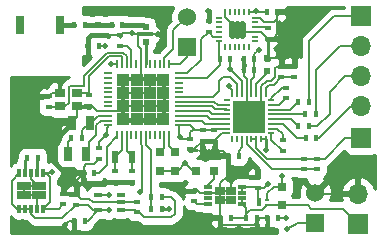
<source format=gtl>
G04 #@! TF.FileFunction,Copper,L1,Top,Signal*
%FSLAX46Y46*%
G04 Gerber Fmt 4.6, Leading zero omitted, Abs format (unit mm)*
G04 Created by KiCad (PCBNEW 4.0.6) date 06/26/18 14:04:02*
%MOMM*%
%LPD*%
G01*
G04 APERTURE LIST*
%ADD10C,0.150000*%
%ADD11R,1.700000X1.700000*%
%ADD12O,1.700000X1.700000*%
%ADD13R,0.398780X0.599440*%
%ADD14R,0.650000X0.400000*%
%ADD15R,0.800000X0.800000*%
%ADD16R,0.599440X0.398780*%
%ADD17O,0.600000X0.200000*%
%ADD18R,0.600000X0.200000*%
%ADD19O,0.200000X0.600000*%
%ADD20R,0.200000X0.600000*%
%ADD21R,1.325000X1.325000*%
%ADD22R,0.300000X0.650000*%
%ADD23R,1.240000X0.775000*%
%ADD24R,0.200000X0.500000*%
%ADD25R,0.200000X0.550000*%
%ADD26R,0.500000X0.200000*%
%ADD27R,0.550000X0.200000*%
%ADD28R,0.700000X0.300000*%
%ADD29R,0.600000X0.600000*%
%ADD30R,1.524000X1.524000*%
%ADD31C,1.524000*%
%ADD32R,0.635000X1.143000*%
%ADD33R,0.900000X0.800000*%
%ADD34R,0.800000X1.600000*%
%ADD35R,0.200000X0.800000*%
%ADD36R,0.800000X0.200000*%
%ADD37R,1.112500X1.112500*%
%ADD38R,0.600000X1.100000*%
%ADD39R,0.500000X0.600000*%
%ADD40R,0.750000X0.300000*%
%ADD41R,0.875000X0.725000*%
%ADD42R,0.400000X0.700000*%
%ADD43R,0.400000X0.250000*%
%ADD44C,0.508000*%
%ADD45C,0.152000*%
%ADD46C,0.457200*%
%ADD47C,0.460000*%
%ADD48C,0.229000*%
%ADD49C,0.152400*%
%ADD50C,0.254000*%
G04 APERTURE END LIST*
D10*
D11*
X295990000Y-144510000D03*
D12*
X295990000Y-141970000D03*
D11*
X296270000Y-126950000D03*
D12*
X296270000Y-129490000D03*
X296270000Y-132030000D03*
X296270000Y-134570000D03*
D13*
X278480420Y-142290000D03*
X279379580Y-142290000D03*
D14*
X275900000Y-143360000D03*
X275900000Y-142060000D03*
X275900000Y-142710000D03*
X274000000Y-142060000D03*
X274000000Y-143360000D03*
D15*
X289520000Y-142980000D03*
X289520000Y-141380000D03*
D13*
X288310420Y-144010000D03*
X289209580Y-144010000D03*
X286530420Y-144010000D03*
X287429580Y-144010000D03*
X285199580Y-144020000D03*
X284300420Y-144020000D03*
D16*
X282140000Y-142639580D03*
X282140000Y-141740420D03*
X287490000Y-141469580D03*
X287490000Y-140570420D03*
D15*
X282240000Y-140050000D03*
X283840000Y-140050000D03*
D16*
X281800000Y-137320420D03*
X281800000Y-138219580D03*
D13*
X279379580Y-143270000D03*
X278480420Y-143270000D03*
D16*
X277310000Y-143549580D03*
X277310000Y-142650420D03*
D13*
X272849580Y-144260000D03*
X271950420Y-144260000D03*
D17*
X288660000Y-136870000D03*
D18*
X288660000Y-136470000D03*
X288660000Y-136070000D03*
X288660000Y-135670000D03*
X288660000Y-135270000D03*
X288660000Y-134870000D03*
X288660000Y-134470000D03*
D17*
X288660000Y-134070000D03*
D19*
X288160000Y-133570000D03*
D20*
X287760000Y-133570000D03*
X287360000Y-133570000D03*
X286960000Y-133570000D03*
X286560000Y-133570000D03*
X286160000Y-133570000D03*
X285760000Y-133570000D03*
D19*
X285360000Y-133570000D03*
D17*
X284860000Y-134070000D03*
D18*
X284860000Y-134470000D03*
X284860000Y-134870000D03*
X284860000Y-135270000D03*
X284860000Y-135670000D03*
X284860000Y-136070000D03*
X284860000Y-136470000D03*
D17*
X284860000Y-136870000D03*
D19*
X285360000Y-137370000D03*
D20*
X285760000Y-137370000D03*
X286160000Y-137370000D03*
X286560000Y-137370000D03*
X286960000Y-137370000D03*
X287360000Y-137370000D03*
X287760000Y-137370000D03*
D19*
X288160000Y-137370000D03*
D21*
X286097500Y-134807500D03*
X286097500Y-136132500D03*
X287422500Y-134807500D03*
X287422500Y-136132500D03*
D16*
X289890000Y-133899580D03*
X289890000Y-133000420D03*
X289600000Y-138359580D03*
X289600000Y-137460420D03*
X283830000Y-136610420D03*
X283830000Y-137509580D03*
X282840000Y-136610420D03*
X282840000Y-137509580D03*
D13*
X286320420Y-130570000D03*
X287219580Y-130570000D03*
D16*
X290600000Y-131190420D03*
X290600000Y-132089580D03*
D13*
X286320420Y-131520000D03*
X287219580Y-131520000D03*
D22*
X269320000Y-140200000D03*
X268820000Y-140200000D03*
X268320000Y-140200000D03*
X267820000Y-140200000D03*
X267320000Y-140200000D03*
X267320000Y-143300000D03*
X267820000Y-143300000D03*
X268320000Y-143300000D03*
X268820000Y-143300000D03*
X269320000Y-143300000D03*
D23*
X267700000Y-142137500D03*
X268940000Y-142137500D03*
X267700000Y-141362500D03*
X268940000Y-141362500D03*
D13*
X267990420Y-138970000D03*
X268889580Y-138970000D03*
D16*
X291385000Y-139909580D03*
X291385000Y-139010420D03*
X274070000Y-139049580D03*
X274070000Y-138150420D03*
D24*
X284750000Y-129580000D03*
D25*
X285150000Y-129580000D03*
X285550000Y-129580000D03*
X285950000Y-129580000D03*
X286350000Y-129580000D03*
D24*
X286750000Y-129580000D03*
D26*
X287250000Y-129080000D03*
D27*
X287250000Y-128680000D03*
X287250000Y-128280000D03*
X287250000Y-127880000D03*
X287250000Y-127480000D03*
D26*
X287250000Y-127080000D03*
D24*
X286750000Y-126580000D03*
D25*
X286350000Y-126580000D03*
X285950000Y-126580000D03*
X285550000Y-126580000D03*
X285150000Y-126580000D03*
D24*
X284750000Y-126580000D03*
D26*
X284250000Y-127080000D03*
D27*
X284250000Y-127480000D03*
X284250000Y-127880000D03*
X284250000Y-128280000D03*
X284250000Y-128680000D03*
D26*
X284250000Y-129080000D03*
D13*
X285179580Y-130610000D03*
X284280420Y-130610000D03*
D16*
X283340000Y-127360420D03*
X283340000Y-128259580D03*
D13*
X288260420Y-126590000D03*
X289159580Y-126590000D03*
D16*
X288390000Y-127960420D03*
X288390000Y-128859580D03*
D28*
X278326500Y-128500000D03*
D29*
X278000000Y-129112500D03*
X278000000Y-127887500D03*
D28*
X277637500Y-128500000D03*
D16*
X275840000Y-129489580D03*
X275840000Y-128590420D03*
D13*
X273150420Y-129450000D03*
X274049580Y-129450000D03*
D30*
X281500000Y-129560000D03*
D31*
X281500000Y-127020000D03*
D15*
X280490000Y-140050000D03*
X280490000Y-138450000D03*
D13*
X285889580Y-138790000D03*
X284990420Y-138790000D03*
D16*
X289500000Y-131220420D03*
X289500000Y-132119580D03*
X271040000Y-142899580D03*
X271040000Y-142000420D03*
X272140000Y-142909580D03*
X272140000Y-142010420D03*
X292485000Y-139909580D03*
X292485000Y-139010420D03*
D13*
X290940420Y-134190000D03*
X291839580Y-134190000D03*
X291520420Y-135270000D03*
X292419580Y-135270000D03*
X290950420Y-136290000D03*
X291849580Y-136290000D03*
X291560420Y-137280000D03*
X292459580Y-137280000D03*
D15*
X279240000Y-140050000D03*
X279240000Y-138450000D03*
D30*
X292380000Y-144450000D03*
D31*
X292380000Y-141910000D03*
D32*
X272932000Y-138620000D03*
X271408000Y-138620000D03*
D33*
X270800000Y-133500000D03*
X272200000Y-133500000D03*
X270800000Y-134600000D03*
X272200000Y-134600000D03*
D16*
X275450000Y-140100420D03*
X275450000Y-140999580D03*
D13*
X273649580Y-140200000D03*
X272750420Y-140200000D03*
D16*
X269800000Y-133750420D03*
X269800000Y-134649580D03*
X273200000Y-134549580D03*
X273200000Y-133650420D03*
X276850000Y-140100420D03*
X276850000Y-140999580D03*
D34*
X270745000Y-127673000D03*
X267345000Y-127673000D03*
D13*
X272849580Y-127700000D03*
X271950420Y-127700000D03*
D16*
X274000000Y-127650420D03*
X274000000Y-128549580D03*
D13*
X276049580Y-127700000D03*
X275150420Y-127700000D03*
X271730420Y-137270000D03*
X272629580Y-137270000D03*
D32*
X273262000Y-136000000D03*
X271738000Y-136000000D03*
D11*
X296270000Y-137280000D03*
D35*
X275600000Y-137000000D03*
X276000000Y-137000000D03*
X276400000Y-137000000D03*
X276800000Y-137000000D03*
X277200000Y-137000000D03*
X277600000Y-137000000D03*
X278000000Y-137000000D03*
X278400000Y-137000000D03*
X278800000Y-137000000D03*
X279200000Y-137000000D03*
X279600000Y-137000000D03*
X280000000Y-137000000D03*
D36*
X280800000Y-136200000D03*
X280800000Y-135800000D03*
X280800000Y-135400000D03*
X280800000Y-135000000D03*
X280800000Y-134600000D03*
X280800000Y-134200000D03*
X280800000Y-133800000D03*
X280800000Y-133400000D03*
X280800000Y-133000000D03*
X280800000Y-132600000D03*
X280800000Y-132200000D03*
X280800000Y-131800000D03*
D35*
X280000000Y-131000000D03*
X279600000Y-131000000D03*
X279200000Y-131000000D03*
X278800000Y-131000000D03*
X278400000Y-131000000D03*
X278000000Y-131000000D03*
X277600000Y-131000000D03*
X277200000Y-131000000D03*
X276800000Y-131000000D03*
X276400000Y-131000000D03*
X276000000Y-131000000D03*
X275600000Y-131000000D03*
D36*
X274800000Y-131800000D03*
X274800000Y-132200000D03*
X274800000Y-132600000D03*
X274800000Y-133000000D03*
X274800000Y-133400000D03*
X274800000Y-133800000D03*
X274800000Y-134200000D03*
X274800000Y-134600000D03*
X274800000Y-135000000D03*
X274800000Y-135400000D03*
X274800000Y-135800000D03*
X274800000Y-136200000D03*
D37*
X279468750Y-132331250D03*
X278356250Y-132331250D03*
X277243750Y-132331250D03*
X276131250Y-132331250D03*
X279468750Y-133443750D03*
X278356250Y-133443750D03*
X277243750Y-133443750D03*
X276131250Y-133443750D03*
X279468750Y-134556250D03*
X278356250Y-134556250D03*
X277243750Y-134556250D03*
X276131250Y-134556250D03*
X279468750Y-135668750D03*
X278356250Y-135668750D03*
X277243750Y-135668750D03*
X276131250Y-135668750D03*
D38*
X276850000Y-138850000D03*
X275450000Y-138850000D03*
D39*
X288280000Y-131610000D03*
X288280000Y-130510000D03*
D40*
X286210000Y-142890000D03*
X286210000Y-142390000D03*
X286210000Y-141890000D03*
X286210000Y-141390000D03*
X283310000Y-141390000D03*
X283310000Y-141890000D03*
X283310000Y-142390000D03*
X283310000Y-142890000D03*
D41*
X284322500Y-141777500D03*
X284322500Y-142502500D03*
X285197500Y-141777500D03*
X285197500Y-142502500D03*
D42*
X287610000Y-142730000D03*
D43*
X288310000Y-142955000D03*
X288310000Y-142505000D03*
D44*
X281380000Y-139390000D03*
X283330000Y-126550000D03*
X285179580Y-131429580D03*
X270070000Y-140110000D03*
X288240000Y-138300000D03*
X287570000Y-129800000D03*
X280880000Y-137160000D03*
X287340000Y-126490000D03*
X274640000Y-137010000D03*
X275120000Y-130980000D03*
X274580000Y-129450000D03*
X274870000Y-143370000D03*
X289520000Y-140520000D03*
X289860000Y-144040000D03*
X281100000Y-141780000D03*
X280000000Y-143270000D03*
X271200000Y-144600000D03*
X285030000Y-132840000D03*
X268940000Y-142137500D03*
X279070000Y-128500000D03*
X283750000Y-138380000D03*
X286070000Y-134870000D03*
X268986000Y-135610000D03*
X276820000Y-128420000D03*
X277520000Y-141870000D03*
X274870000Y-142070000D03*
X290000000Y-145010000D03*
X288340000Y-141140000D03*
D45*
X274100000Y-140200000D02*
X273649580Y-140200000D01*
X274730000Y-139570000D02*
X274100000Y-140200000D01*
X274730000Y-138010000D02*
X274730000Y-139570000D01*
X275600000Y-137140000D02*
X274730000Y-138010000D01*
X275600000Y-137000000D02*
X275600000Y-137140000D01*
X275600000Y-137000000D02*
X275550000Y-137000000D01*
D46*
X276049580Y-127700000D02*
X277800000Y-127700000D01*
X277800000Y-127700000D02*
X278000000Y-127900000D01*
D45*
X280800000Y-135000000D02*
X283390000Y-135000000D01*
X283660000Y-135270000D02*
X284860000Y-135270000D01*
X283390000Y-135000000D02*
X283660000Y-135270000D01*
X280800000Y-134200000D02*
X283840000Y-134200000D01*
X284110000Y-134470000D02*
X284860000Y-134470000D01*
X283840000Y-134200000D02*
X284110000Y-134470000D01*
X280000000Y-131000000D02*
X280920000Y-131000000D01*
X281500000Y-130420000D02*
X281500000Y-129560000D01*
X280920000Y-131000000D02*
X281500000Y-130420000D01*
X279600000Y-131000000D02*
X279600000Y-130480000D01*
X280360000Y-128160000D02*
X281500000Y-127020000D01*
X280360000Y-129720000D02*
X280360000Y-128160000D01*
X279600000Y-130480000D02*
X280360000Y-129720000D01*
X280800000Y-135800000D02*
X282750000Y-135800000D01*
X283020000Y-136070000D02*
X284860000Y-136070000D01*
X282750000Y-135800000D02*
X283020000Y-136070000D01*
D47*
X271950420Y-127700000D02*
X270772000Y-127700000D01*
X270772000Y-127700000D02*
X270745000Y-127673000D01*
D45*
X271408000Y-138620000D02*
X271408000Y-137592420D01*
X271408000Y-137592420D02*
X271730420Y-137270000D01*
X282240000Y-140050000D02*
X282040000Y-140050000D01*
X282040000Y-140050000D02*
X281380000Y-139390000D01*
X280490000Y-140050000D02*
X280720000Y-140050000D01*
X280720000Y-140050000D02*
X281380000Y-139390000D01*
X279240000Y-140050000D02*
X280490000Y-140050000D01*
X281800000Y-137320420D02*
X281800000Y-136800000D01*
X281989580Y-136610420D02*
X282840000Y-136610420D01*
X281800000Y-136800000D02*
X281989580Y-136610420D01*
X281800000Y-137320420D02*
X281040420Y-137320420D01*
X281040420Y-137320420D02*
X280880000Y-137160000D01*
D46*
X283340000Y-126560000D02*
X283340000Y-127360420D01*
X283330000Y-126550000D02*
X283340000Y-126560000D01*
D45*
X285179580Y-131370000D02*
X285179580Y-131429580D01*
X285179580Y-130610000D02*
X285179580Y-131370000D01*
X286160000Y-132410000D02*
X286160000Y-133570000D01*
X285179580Y-131429580D02*
X286160000Y-132410000D01*
X269320000Y-140200000D02*
X269980000Y-140200000D01*
X269980000Y-140200000D02*
X270070000Y-140110000D01*
D48*
X288160000Y-137370000D02*
X288160000Y-138220000D01*
X288160000Y-138220000D02*
X288240000Y-138300000D01*
D45*
X269320000Y-143300000D02*
X270639580Y-143300000D01*
X270639580Y-143300000D02*
X271040000Y-142899580D01*
D48*
X269320000Y-140200000D02*
X269560000Y-140200000D01*
D45*
X269900000Y-142720000D02*
X269320000Y-143300000D01*
X269900000Y-140540000D02*
X269900000Y-142720000D01*
X269560000Y-140200000D02*
X269900000Y-140540000D01*
X287219580Y-130570000D02*
X287219580Y-130150420D01*
X287219580Y-130150420D02*
X287570000Y-129800000D01*
X287219580Y-130570000D02*
X287219580Y-131520000D01*
X280880000Y-137160000D02*
X280880000Y-136970000D01*
X280880000Y-136970000D02*
X280800000Y-136890000D01*
X287760000Y-137370000D02*
X288160000Y-137370000D01*
X286960000Y-133570000D02*
X286960000Y-132330000D01*
X287219580Y-132070420D02*
X287219580Y-131520000D01*
X286960000Y-132330000D02*
X287219580Y-132070420D01*
X284860000Y-136470000D02*
X283970420Y-136470000D01*
X283970420Y-136470000D02*
X283830000Y-136610420D01*
X282840000Y-136610420D02*
X283830000Y-136610420D01*
X280800000Y-136200000D02*
X281760000Y-136200000D01*
X281760000Y-136200000D02*
X282170420Y-136610420D01*
X282170420Y-136610420D02*
X282840000Y-136610420D01*
X274070000Y-138150420D02*
X274070000Y-137580000D01*
X274070000Y-137580000D02*
X274640000Y-137010000D01*
X288260420Y-126590000D02*
X287440000Y-126590000D01*
X287440000Y-126590000D02*
X287340000Y-126490000D01*
X286750000Y-126580000D02*
X287250000Y-126580000D01*
X287250000Y-126580000D02*
X287340000Y-126490000D01*
X288250420Y-126580000D02*
X288260420Y-126590000D01*
X274660000Y-136990000D02*
X274800000Y-136200000D01*
X274640000Y-137010000D02*
X274660000Y-136990000D01*
X274049580Y-129450000D02*
X274580000Y-129450000D01*
X275140000Y-131000000D02*
X275600000Y-131000000D01*
X275120000Y-130980000D02*
X275140000Y-131000000D01*
X280800000Y-136200000D02*
X280800000Y-136890000D01*
X280800000Y-134600000D02*
X283610000Y-134600000D01*
X283860000Y-134850000D02*
X284840000Y-134850000D01*
X283610000Y-134600000D02*
X283860000Y-134850000D01*
X284840000Y-134850000D02*
X284860000Y-134870000D01*
X280800000Y-135400000D02*
X283190000Y-135400000D01*
X283460000Y-135670000D02*
X284860000Y-135670000D01*
X283190000Y-135400000D02*
X283460000Y-135670000D01*
X287360000Y-137370000D02*
X287360000Y-138120000D01*
X287360000Y-138120000D02*
X288250420Y-139010420D01*
X288250420Y-139010420D02*
X291385000Y-139010420D01*
X291385000Y-139010420D02*
X292485000Y-139010420D01*
X292485000Y-139010420D02*
X293189580Y-139010420D01*
X293189580Y-139010420D02*
X294920000Y-137280000D01*
X294920000Y-137280000D02*
X296270000Y-137280000D01*
X286960000Y-137370000D02*
X287360000Y-137370000D01*
X291839580Y-134190000D02*
X291839580Y-129030420D01*
X293920000Y-126950000D02*
X296270000Y-126950000D01*
X291839580Y-129030420D02*
X293920000Y-126950000D01*
X291849580Y-136290000D02*
X292500000Y-136290000D01*
X294920000Y-132030000D02*
X296270000Y-132030000D01*
X293590000Y-133360000D02*
X294920000Y-132030000D01*
X293590000Y-135200000D02*
X293590000Y-133360000D01*
X292500000Y-136290000D02*
X293590000Y-135200000D01*
X274000000Y-143360000D02*
X274860000Y-143360000D01*
X274860000Y-143360000D02*
X274870000Y-143370000D01*
X289520000Y-141380000D02*
X289520000Y-140520000D01*
X289830000Y-144010000D02*
X289209580Y-144010000D01*
X289860000Y-144040000D02*
X289830000Y-144010000D01*
X288310000Y-142505000D02*
X288310000Y-141930000D01*
X288860000Y-141380000D02*
X289520000Y-141380000D01*
X288310000Y-141930000D02*
X288860000Y-141380000D01*
X272140000Y-142909580D02*
X273099580Y-142909580D01*
X273099580Y-142909580D02*
X273550000Y-143360000D01*
X268320000Y-143300000D02*
X268320000Y-143730000D01*
X268320000Y-143730000D02*
X268670000Y-144080000D01*
X268670000Y-144080000D02*
X270969580Y-144080000D01*
X270969580Y-144080000D02*
X272140000Y-142909580D01*
X267910420Y-143390420D02*
X267820000Y-143300000D01*
X268320000Y-143300000D02*
X267820000Y-143300000D01*
X267320000Y-143300000D02*
X267820000Y-143300000D01*
X267320000Y-140200000D02*
X267320000Y-140240000D01*
X267320000Y-140240000D02*
X266660000Y-140900000D01*
X267100000Y-143300000D02*
X267320000Y-143300000D01*
X266660000Y-142860000D02*
X267100000Y-143300000D01*
X266660000Y-140900000D02*
X266660000Y-142860000D01*
X272849580Y-144260000D02*
X273100000Y-144260000D01*
X273100000Y-144260000D02*
X274000000Y-143360000D01*
X273550000Y-143360000D02*
X274000000Y-143360000D01*
X286560000Y-137370000D02*
X286560000Y-137800000D01*
X286560000Y-137800000D02*
X288669580Y-139909580D01*
X288669580Y-139909580D02*
X291385000Y-139909580D01*
X292485000Y-139909580D02*
X291385000Y-139909580D01*
D47*
X274000000Y-127699580D02*
X272850000Y-127699580D01*
X272850000Y-127699580D02*
X272849580Y-127700000D01*
X275150420Y-127700000D02*
X274000420Y-127700000D01*
X274000420Y-127700000D02*
X274000000Y-127699580D01*
D48*
X267820000Y-140200000D02*
X267820000Y-139140420D01*
X267820000Y-139140420D02*
X267990420Y-138970000D01*
D45*
X279600000Y-137000000D02*
X279600000Y-138090000D01*
X279600000Y-138090000D02*
X279240000Y-138450000D01*
X280000000Y-137000000D02*
X280000000Y-137960000D01*
X280000000Y-137960000D02*
X280490000Y-138450000D01*
X280800000Y-133800000D02*
X283730000Y-133800000D01*
X285760000Y-132720000D02*
X285760000Y-133570000D01*
X285160000Y-132120000D02*
X285760000Y-132720000D01*
X284600000Y-132120000D02*
X285160000Y-132120000D01*
X284260000Y-132460000D02*
X284600000Y-132120000D01*
X284260000Y-133270000D02*
X284260000Y-132460000D01*
X283730000Y-133800000D02*
X284260000Y-133270000D01*
X292459580Y-137280000D02*
X292650000Y-137280000D01*
X292650000Y-137280000D02*
X295360000Y-134570000D01*
X295360000Y-134570000D02*
X296270000Y-134570000D01*
X292419580Y-135270000D02*
X292419580Y-131550420D01*
X294480000Y-129490000D02*
X296270000Y-129490000D01*
X292419580Y-131550420D02*
X294480000Y-129490000D01*
X272629580Y-137270000D02*
X272629580Y-136632420D01*
X272629580Y-136632420D02*
X273262000Y-136000000D01*
X273262000Y-136000000D02*
X273350000Y-136000000D01*
X273350000Y-136000000D02*
X273950000Y-135400000D01*
X273950000Y-135400000D02*
X274800000Y-135400000D01*
X275000000Y-130040000D02*
X274720163Y-130049375D01*
X274720163Y-130049375D02*
X272760000Y-132040000D01*
X272760000Y-132040000D02*
X272770000Y-132030000D01*
X272770000Y-132030000D02*
X272770000Y-132830000D01*
X272770000Y-132830000D02*
X271600000Y-132830000D01*
X271600000Y-132830000D02*
X271490000Y-132940000D01*
X271490000Y-132940000D02*
X271490000Y-134310000D01*
X271490000Y-134310000D02*
X271200000Y-134600000D01*
X276400000Y-131000000D02*
X276400000Y-130330490D01*
X275395598Y-130045598D02*
X275000000Y-130040000D01*
X276115108Y-130045598D02*
X275395598Y-130045598D01*
X276400000Y-130330490D02*
X276115108Y-130045598D01*
X271200000Y-134600000D02*
X270800000Y-134600000D01*
X269800000Y-134649580D02*
X270750420Y-134649580D01*
X270800000Y-134600000D02*
X270950000Y-134600000D01*
X270750420Y-134649580D02*
X270800000Y-134600000D01*
D49*
X271050000Y-134650000D02*
X270800000Y-134650000D01*
X270799580Y-134649580D02*
X270800000Y-134650000D01*
D45*
X276000000Y-131000000D02*
X276000000Y-130450000D01*
X276000000Y-130450000D02*
X275900000Y-130350000D01*
X275900000Y-130350000D02*
X274900000Y-130350000D01*
X274900000Y-130350000D02*
X273200000Y-132050000D01*
X273200000Y-132050000D02*
X273200000Y-133650420D01*
X272200000Y-133500000D02*
X273049580Y-133500000D01*
X273049580Y-133500000D02*
X273200000Y-133650420D01*
X275450000Y-140100420D02*
X275450000Y-138850000D01*
X275450000Y-138850000D02*
X276000000Y-138300000D01*
X276000000Y-138300000D02*
X276000000Y-137000000D01*
X276850000Y-140100420D02*
X276850000Y-138850000D01*
X276400000Y-137000000D02*
X276400000Y-138400000D01*
X276400000Y-138400000D02*
X276850000Y-138850000D01*
X274800000Y-135800000D02*
X274240000Y-135800000D01*
X273200000Y-137640000D02*
X273200000Y-138352000D01*
X273840000Y-137000000D02*
X273200000Y-137640000D01*
X273840000Y-136200000D02*
X273840000Y-137000000D01*
X274240000Y-135800000D02*
X273840000Y-136200000D01*
X273200000Y-138352000D02*
X272932000Y-138620000D01*
D48*
X278000000Y-129100000D02*
X278000000Y-131000000D01*
D45*
X276800000Y-131000000D02*
X276800000Y-129850000D01*
X276439580Y-129489580D02*
X275840000Y-129489580D01*
X276800000Y-129850000D02*
X276439580Y-129489580D01*
X287250000Y-127880000D02*
X288309580Y-127880000D01*
X288309580Y-127880000D02*
X288390000Y-127960420D01*
X284250000Y-129080000D02*
X284250000Y-130579580D01*
X284250000Y-130579580D02*
X284280420Y-130610000D01*
X280800000Y-132200000D02*
X283200000Y-132200000D01*
X284280420Y-131119580D02*
X284280420Y-130610000D01*
X283200000Y-132200000D02*
X284280420Y-131119580D01*
X280800000Y-131800000D02*
X281550000Y-131800000D01*
X282710000Y-128889580D02*
X283340000Y-128259580D01*
X282710000Y-130640000D02*
X282710000Y-128889580D01*
X281550000Y-131800000D02*
X282710000Y-130640000D01*
X283340000Y-128259580D02*
X283340000Y-128310000D01*
X283340000Y-128310000D02*
X283710000Y-128680000D01*
X283710000Y-128680000D02*
X284250000Y-128680000D01*
X280900000Y-131800000D02*
X280950000Y-131800000D01*
D49*
X280900000Y-131800000D02*
X281100000Y-131800000D01*
D45*
X284300420Y-144020000D02*
X284300420Y-144370420D01*
X287429580Y-144420420D02*
X287429580Y-144010000D01*
X287180000Y-144670000D02*
X287429580Y-144420420D01*
X284600000Y-144670000D02*
X287180000Y-144670000D01*
X284300420Y-144370420D02*
X284600000Y-144670000D01*
X285197500Y-141777500D02*
X285197500Y-141042500D01*
X285669580Y-140570420D02*
X287490000Y-140570420D01*
X285197500Y-141042500D02*
X285669580Y-140570420D01*
D46*
X281139580Y-141740420D02*
X282140000Y-141740420D01*
X281100000Y-141780000D02*
X281139580Y-141740420D01*
D45*
X284990420Y-138790000D02*
X284990420Y-140449580D01*
X284322500Y-141117500D02*
X284322500Y-141777500D01*
X284990420Y-140449580D02*
X284322500Y-141117500D01*
X283310000Y-141890000D02*
X284210000Y-141890000D01*
X284210000Y-141890000D02*
X284322500Y-141777500D01*
X284322500Y-141777500D02*
X284322500Y-142502500D01*
X285197500Y-142502500D02*
X284322500Y-142502500D01*
X284322500Y-141777500D02*
X285197500Y-141777500D01*
X295990000Y-141970000D02*
X292440000Y-141970000D01*
X292440000Y-141970000D02*
X292380000Y-141910000D01*
X288310420Y-144010000D02*
X287429580Y-144010000D01*
X284300420Y-144020000D02*
X284300420Y-142524580D01*
X284300420Y-142524580D02*
X284322500Y-142502500D01*
X282140000Y-141740420D02*
X282440420Y-141740420D01*
X282440420Y-141740420D02*
X282590000Y-141890000D01*
X282590000Y-141890000D02*
X283310000Y-141890000D01*
D48*
X279379580Y-143270000D02*
X280000000Y-143270000D01*
D45*
X277310000Y-142650420D02*
X275959580Y-142650420D01*
X275959580Y-142650420D02*
X275900000Y-142710000D01*
X271950420Y-144260000D02*
X271540000Y-144260000D01*
X271540000Y-144260000D02*
X271200000Y-144600000D01*
X275900000Y-142710000D02*
X273520000Y-142710000D01*
X272569580Y-142440000D02*
X272140000Y-142010420D01*
X273250000Y-142440000D02*
X272569580Y-142440000D01*
X273520000Y-142710000D02*
X273250000Y-142440000D01*
X285360000Y-133170000D02*
X285030000Y-132840000D01*
X285360000Y-133570000D02*
X285360000Y-133170000D01*
X275840000Y-128590420D02*
X274800840Y-128590420D01*
X274800840Y-128590420D02*
X274760000Y-128549580D01*
X276820000Y-128420000D02*
X276010420Y-128420000D01*
X276010420Y-128420000D02*
X275840000Y-128590420D01*
X275909580Y-128800000D02*
X275729580Y-128620000D01*
X281800000Y-138219580D02*
X282130000Y-138219580D01*
X282130000Y-138219580D02*
X282840000Y-137509580D01*
X272140000Y-142010420D02*
X271050000Y-142010420D01*
X271050000Y-142010420D02*
X271040000Y-142000420D01*
D48*
X286097500Y-134807500D02*
X287422500Y-134807500D01*
D45*
X271040000Y-142000420D02*
X271040000Y-141910420D01*
X271040000Y-141910420D02*
X272750420Y-140200000D01*
X268820000Y-143300000D02*
X268820000Y-142257500D01*
X268820000Y-142257500D02*
X268940000Y-142137500D01*
X268809580Y-143310420D02*
X268820000Y-143300000D01*
X268940000Y-142137500D02*
X267700000Y-142137500D01*
X267700000Y-141362500D02*
X267700000Y-142137500D01*
X268940000Y-141362500D02*
X267700000Y-141362500D01*
X268320000Y-140200000D02*
X268320000Y-140742500D01*
X268320000Y-140742500D02*
X268940000Y-141362500D01*
D48*
X288390000Y-128859580D02*
X288390000Y-130400000D01*
X288390000Y-130400000D02*
X288280000Y-130510000D01*
D45*
X286320420Y-130570000D02*
X286320420Y-131520000D01*
X278326500Y-128500000D02*
X279070000Y-128500000D01*
X288280000Y-130510000D02*
X289290000Y-130510000D01*
X289500000Y-130720000D02*
X289500000Y-131220420D01*
X289290000Y-130510000D02*
X289500000Y-130720000D01*
X289500000Y-131220420D02*
X290570000Y-131220420D01*
X290570000Y-131220420D02*
X290600000Y-131190420D01*
X287760000Y-133570000D02*
X287760000Y-132910000D01*
X287760000Y-132910000D02*
X288260000Y-132410000D01*
X288260000Y-132410000D02*
X288630000Y-132410000D01*
X288630000Y-132410000D02*
X288930000Y-132110000D01*
X288930000Y-132110000D02*
X288930000Y-131380000D01*
X288930000Y-131380000D02*
X289089580Y-131220420D01*
X289089580Y-131220420D02*
X289500000Y-131220420D01*
X283750000Y-138380000D02*
X284580420Y-138380000D01*
X284580420Y-138380000D02*
X284990420Y-138790000D01*
X286560000Y-133570000D02*
X286560000Y-132250000D01*
X286320420Y-132010420D02*
X286320420Y-131520000D01*
X286560000Y-132250000D02*
X286320420Y-132010420D01*
X283830000Y-137509580D02*
X283830000Y-138300000D01*
X283830000Y-138300000D02*
X283750000Y-138380000D01*
X286070000Y-134870000D02*
X286097500Y-134842500D01*
X286097500Y-134842500D02*
X286097500Y-134807500D01*
X286560000Y-133570000D02*
X286560000Y-134345000D01*
X286560000Y-134345000D02*
X286097500Y-134807500D01*
X287760000Y-133570000D02*
X287760000Y-134470000D01*
X287760000Y-134470000D02*
X287422500Y-134807500D01*
X283830000Y-137509580D02*
X282840000Y-137509580D01*
X284860000Y-136870000D02*
X284469580Y-136870000D01*
X284469580Y-136870000D02*
X283830000Y-137509580D01*
D48*
X275450000Y-140999580D02*
X272999580Y-140999580D01*
X272750420Y-140750420D02*
X272750420Y-140200000D01*
X272999580Y-140999580D02*
X272750420Y-140750420D01*
D45*
X285597500Y-136112500D02*
X286922500Y-136112500D01*
X286922500Y-136112500D02*
X286922500Y-134787500D01*
X287260000Y-134450000D02*
X286922500Y-134787500D01*
X286060000Y-134325000D02*
X285597500Y-134787500D01*
D46*
X270230000Y-137508000D02*
X271738000Y-136000000D01*
X270230000Y-139280000D02*
X270230000Y-137508000D01*
D45*
X284750000Y-126580000D02*
X284750000Y-127040000D01*
X286460000Y-128280000D02*
X287250000Y-128280000D01*
X285720000Y-127540000D02*
X286460000Y-128280000D01*
X285250000Y-127540000D02*
X285720000Y-127540000D01*
X284750000Y-127040000D02*
X285250000Y-127540000D01*
X272750420Y-140200000D02*
X272750420Y-139709580D01*
X272750420Y-139709580D02*
X272950000Y-139510000D01*
X272950000Y-139510000D02*
X273609580Y-139510000D01*
X273609580Y-139510000D02*
X274070000Y-139049580D01*
X288390000Y-128859580D02*
X288760420Y-128859580D01*
X288760420Y-128859580D02*
X289159580Y-128460420D01*
X289159580Y-128460420D02*
X289159580Y-127160420D01*
X288390000Y-128859580D02*
X288540000Y-128859580D01*
X287250000Y-128280000D02*
X287810420Y-128280000D01*
X287810420Y-128280000D02*
X288390000Y-128859580D01*
X287250000Y-127080000D02*
X287660000Y-127080000D01*
X288900000Y-127420000D02*
X289159580Y-127160420D01*
X288000000Y-127420000D02*
X288900000Y-127420000D01*
X287660000Y-127080000D02*
X288000000Y-127420000D01*
X289159580Y-127160420D02*
X289159580Y-126590000D01*
D46*
X274000000Y-128549580D02*
X274760000Y-128549580D01*
X274760000Y-128549580D02*
X274830420Y-128620000D01*
D45*
X276900000Y-128500000D02*
X276820000Y-128420000D01*
X277637500Y-128500000D02*
X276900000Y-128500000D01*
X277637500Y-128500000D02*
X278326500Y-128500000D01*
X272750420Y-140200000D02*
X272750420Y-140375840D01*
D46*
X273150420Y-129450000D02*
X273150420Y-128799580D01*
X273400420Y-128549580D02*
X274000000Y-128549580D01*
X273150420Y-128799580D02*
X273400420Y-128549580D01*
X271150000Y-140200000D02*
X272750420Y-140200000D01*
X270230000Y-139280000D02*
X271150000Y-140200000D01*
D45*
X273200000Y-134549580D02*
X273449580Y-134549580D01*
X273449580Y-134549580D02*
X273900000Y-135000000D01*
X273900000Y-135000000D02*
X274800000Y-135000000D01*
X277600000Y-131000000D02*
X277600000Y-129700000D01*
X277350000Y-129450000D02*
X277350000Y-128500000D01*
X277600000Y-129700000D02*
X277350000Y-129450000D01*
X278356250Y-132331250D02*
X278356250Y-133443750D01*
X277243750Y-135668750D02*
X276131250Y-135668750D01*
X278356250Y-135668750D02*
X277243750Y-135668750D01*
X279468750Y-135668750D02*
X278356250Y-135668750D01*
X279468750Y-134556250D02*
X279468750Y-135668750D01*
X278356250Y-134556250D02*
X279468750Y-134556250D01*
X277243750Y-134556250D02*
X278356250Y-134556250D01*
X276131250Y-134556250D02*
X277243750Y-134556250D01*
X276131250Y-133443750D02*
X276131250Y-134556250D01*
X277243750Y-133443750D02*
X276131250Y-133443750D01*
X278356250Y-133443750D02*
X277243750Y-133443750D01*
X279468750Y-132331250D02*
X279468750Y-133443750D01*
X278356250Y-132331250D02*
X279468750Y-132331250D01*
X277243750Y-132331250D02*
X278356250Y-132331250D01*
X276131250Y-132331250D02*
X277243750Y-132331250D01*
X274800000Y-135000000D02*
X275687500Y-135000000D01*
X275687500Y-135000000D02*
X276131250Y-134556250D01*
X277600000Y-131000000D02*
X277600000Y-131975000D01*
X277600000Y-131975000D02*
X277243750Y-132331250D01*
D46*
X275450000Y-140999580D02*
X276100000Y-140999580D01*
X276100000Y-140999580D02*
X276850000Y-140999580D01*
D45*
X270800000Y-133500000D02*
X270050420Y-133500000D01*
X270050420Y-133500000D02*
X269800000Y-133750420D01*
X273200000Y-134549580D02*
X272250420Y-134549580D01*
X272250420Y-134549580D02*
X272200000Y-134600000D01*
X269800000Y-133750420D02*
X269093580Y-133750420D01*
X269093580Y-133750420D02*
X268986000Y-133858000D01*
X268986000Y-133858000D02*
X268986000Y-135610000D01*
X268986000Y-135610000D02*
X268986000Y-135636000D01*
X268986000Y-135636000D02*
X272034000Y-135636000D01*
X272034000Y-135636000D02*
X272200000Y-135470000D01*
X272200000Y-135470000D02*
X272200000Y-134650000D01*
D49*
X272300420Y-134549580D02*
X272200000Y-134650000D01*
D45*
X288660000Y-136870000D02*
X288660000Y-137419580D01*
X288660000Y-137419580D02*
X289600000Y-138359580D01*
X288660000Y-136470000D02*
X289130000Y-136470000D01*
X289600000Y-136940000D02*
X289600000Y-137460420D01*
X289130000Y-136470000D02*
X289600000Y-136940000D01*
X288660000Y-134470000D02*
X289319580Y-134470000D01*
X289319580Y-134470000D02*
X289890000Y-133899580D01*
X288660000Y-134070000D02*
X288660000Y-133870000D01*
X289529580Y-133000420D02*
X289890000Y-133000420D01*
X288660000Y-133870000D02*
X289529580Y-133000420D01*
X288160000Y-133570000D02*
X288160000Y-133070000D01*
X288869580Y-132750000D02*
X289500000Y-132119580D01*
X288480000Y-132750000D02*
X288869580Y-132750000D01*
X288160000Y-133070000D02*
X288480000Y-132750000D01*
X290600000Y-132089580D02*
X289530000Y-132089580D01*
X289530000Y-132089580D02*
X289500000Y-132119580D01*
X287360000Y-133570000D02*
X287360000Y-132670000D01*
X287360000Y-132670000D02*
X288280000Y-131750000D01*
X288280000Y-131750000D02*
X288280000Y-131610000D01*
X286160000Y-137370000D02*
X286160000Y-138060000D01*
X285889580Y-138330420D02*
X285889580Y-138790000D01*
X286160000Y-138060000D02*
X285889580Y-138330420D01*
D48*
X268820000Y-140200000D02*
X268820000Y-139039580D01*
X268820000Y-139039580D02*
X268889580Y-138970000D01*
D45*
X288660000Y-136070000D02*
X289600000Y-136070000D01*
X290810000Y-137280000D02*
X291560420Y-137280000D01*
X289600000Y-136070000D02*
X290810000Y-137280000D01*
X288660000Y-135670000D02*
X290330420Y-135670000D01*
X290330420Y-135670000D02*
X290950420Y-136290000D01*
X288660000Y-135270000D02*
X291520420Y-135270000D01*
X288660000Y-134870000D02*
X290260420Y-134870000D01*
X290260420Y-134870000D02*
X290940420Y-134190000D01*
X277310000Y-143549580D02*
X277459580Y-143549580D01*
X277459580Y-143549580D02*
X277910000Y-144000000D01*
X280180000Y-142290000D02*
X279379580Y-142290000D01*
X280520000Y-142630000D02*
X280180000Y-142290000D01*
X280520000Y-143670000D02*
X280520000Y-142630000D01*
X280190000Y-144000000D02*
X280520000Y-143670000D01*
X277910000Y-144000000D02*
X280190000Y-144000000D01*
X275900000Y-143360000D02*
X277120420Y-143360000D01*
X277120420Y-143360000D02*
X277310000Y-143549580D01*
X278000000Y-137000000D02*
X278000000Y-137830000D01*
X278480420Y-138310420D02*
X278480420Y-142290000D01*
X278000000Y-137830000D02*
X278480420Y-138310420D01*
X278480420Y-142290000D02*
X278480420Y-143270000D01*
X274000000Y-142060000D02*
X274860000Y-142060000D01*
X277600000Y-137820000D02*
X277600000Y-137000000D01*
X277690000Y-137910000D02*
X277600000Y-137820000D01*
X277690000Y-141700000D02*
X277690000Y-137910000D01*
X277520000Y-141870000D02*
X277690000Y-141700000D01*
X274860000Y-142060000D02*
X274870000Y-142070000D01*
X288310000Y-142955000D02*
X289495000Y-142955000D01*
X289495000Y-142955000D02*
X289520000Y-142980000D01*
X286530420Y-144010000D02*
X286530420Y-143719580D01*
X286530420Y-143719580D02*
X286880000Y-143370000D01*
X287895000Y-143370000D02*
X288310000Y-142955000D01*
X286880000Y-143370000D02*
X287895000Y-143370000D01*
X289520000Y-142980000D02*
X291740000Y-142980000D01*
X294720000Y-143240000D02*
X295990000Y-144510000D01*
X292000000Y-143240000D02*
X294720000Y-143240000D01*
X291740000Y-142980000D02*
X292000000Y-143240000D01*
X285199580Y-144020000D02*
X286520420Y-144020000D01*
X286520420Y-144020000D02*
X286530420Y-144010000D01*
X286530420Y-144010000D02*
X286530420Y-143210420D01*
X286530420Y-143210420D02*
X286210000Y-142890000D01*
X286210000Y-142390000D02*
X286210000Y-142890000D01*
X283310000Y-141390000D02*
X283310000Y-141240000D01*
X283310000Y-141240000D02*
X283840000Y-140710000D01*
X283840000Y-140710000D02*
X283840000Y-140050000D01*
X283310000Y-142890000D02*
X282390420Y-142890000D01*
X282390420Y-142890000D02*
X282140000Y-142639580D01*
X287490000Y-141469580D02*
X288010420Y-141469580D01*
X290930000Y-144450000D02*
X290000000Y-145010000D01*
X290930000Y-144450000D02*
X292380000Y-144450000D01*
X288010420Y-141469580D02*
X288340000Y-141140000D01*
X287490000Y-141469580D02*
X287490000Y-142610000D01*
X286210000Y-141890000D02*
X286210000Y-141390000D01*
X286210000Y-141390000D02*
X287410420Y-141390000D01*
X287410420Y-141390000D02*
X287490000Y-141469580D01*
X287490000Y-142610000D02*
X287610000Y-142730000D01*
D50*
G36*
X281237118Y-143074287D02*
X281376190Y-143290411D01*
X281588390Y-143435401D01*
X281840280Y-143486410D01*
X282027835Y-143486410D01*
X282118332Y-143546878D01*
X282390420Y-143601000D01*
X282631255Y-143601000D01*
X282683110Y-143636431D01*
X282935000Y-143687440D01*
X283466030Y-143687440D01*
X283466030Y-143734250D01*
X283624780Y-143893000D01*
X284200725Y-143893000D01*
X284200725Y-143873000D01*
X284352750Y-143873000D01*
X284352750Y-144319720D01*
X284397028Y-144555037D01*
X284400115Y-144559834D01*
X284400115Y-144795970D01*
X284558865Y-144954720D01*
X284626119Y-144954720D01*
X284737329Y-144908655D01*
X284748300Y-144916151D01*
X285000190Y-144967160D01*
X285398970Y-144967160D01*
X285634287Y-144922882D01*
X285850411Y-144783810D01*
X285866429Y-144760367D01*
X285866940Y-144761161D01*
X286079140Y-144906151D01*
X286331030Y-144957160D01*
X286729810Y-144957160D01*
X286965127Y-144912882D01*
X286989364Y-144897286D01*
X287103881Y-144944720D01*
X287171135Y-144944720D01*
X287329885Y-144785970D01*
X287329885Y-144543615D01*
X287377250Y-144309720D01*
X287377250Y-144081000D01*
X287476030Y-144081000D01*
X287476030Y-144137002D01*
X287529275Y-144137002D01*
X287529275Y-144242505D01*
X287476030Y-144295750D01*
X287476030Y-144436030D01*
X287529275Y-144564575D01*
X287529275Y-144785970D01*
X287688025Y-144944720D01*
X287755279Y-144944720D01*
X287870000Y-144897201D01*
X287984721Y-144944720D01*
X288051975Y-144944720D01*
X288210725Y-144785970D01*
X288210725Y-144564575D01*
X288263970Y-144436030D01*
X288263970Y-144295750D01*
X288210725Y-144242505D01*
X288210725Y-144137000D01*
X288163420Y-144137000D01*
X288163420Y-144027608D01*
X288167088Y-144026878D01*
X288362750Y-143896141D01*
X288362750Y-144309720D01*
X288407028Y-144545037D01*
X288410115Y-144549834D01*
X288410115Y-144785970D01*
X288568865Y-144944720D01*
X288636119Y-144944720D01*
X288747329Y-144898655D01*
X288758300Y-144906151D01*
X289010190Y-144957160D01*
X289111045Y-144957160D01*
X289110846Y-145186057D01*
X289155860Y-145295000D01*
X266585000Y-145295000D01*
X266585000Y-143888542D01*
X266705910Y-144076441D01*
X266918110Y-144221431D01*
X267170000Y-144272440D01*
X267470000Y-144272440D01*
X267573671Y-144252933D01*
X267670000Y-144272440D01*
X267856934Y-144272440D01*
X268167247Y-144582753D01*
X268397912Y-144736878D01*
X268670000Y-144791000D01*
X270969580Y-144791000D01*
X271145052Y-144756096D01*
X271212703Y-144919419D01*
X271391332Y-145098047D01*
X271624721Y-145194720D01*
X271691975Y-145194720D01*
X271850725Y-145035970D01*
X271850725Y-144387000D01*
X271803420Y-144387000D01*
X271803420Y-144251666D01*
X271942086Y-144113000D01*
X272002750Y-144113000D01*
X272002750Y-144559720D01*
X272047028Y-144795037D01*
X272050115Y-144799834D01*
X272050115Y-145035970D01*
X272208865Y-145194720D01*
X272276119Y-145194720D01*
X272387329Y-145148655D01*
X272398300Y-145156151D01*
X272650190Y-145207160D01*
X273048970Y-145207160D01*
X273284287Y-145162882D01*
X273500411Y-145023810D01*
X273645401Y-144811610D01*
X273668637Y-144696869D01*
X274158066Y-144207440D01*
X274325000Y-144207440D01*
X274492631Y-144175898D01*
X274692391Y-144258846D01*
X275046057Y-144259154D01*
X275312391Y-144149107D01*
X275323110Y-144156431D01*
X275575000Y-144207440D01*
X276225000Y-144207440D01*
X276460317Y-144163162D01*
X276504094Y-144134992D01*
X276546190Y-144200411D01*
X276758390Y-144345401D01*
X277010280Y-144396410D01*
X277300904Y-144396410D01*
X277407247Y-144502753D01*
X277637912Y-144656878D01*
X277910000Y-144711000D01*
X280190000Y-144711000D01*
X280462088Y-144656878D01*
X280692753Y-144502753D01*
X280889756Y-144305750D01*
X283466030Y-144305750D01*
X283466030Y-144446030D01*
X283562703Y-144679419D01*
X283741332Y-144858047D01*
X283974721Y-144954720D01*
X284041975Y-144954720D01*
X284200725Y-144795970D01*
X284200725Y-144147000D01*
X283624780Y-144147000D01*
X283466030Y-144305750D01*
X280889756Y-144305750D01*
X281022753Y-144172753D01*
X281176878Y-143942088D01*
X281231000Y-143670000D01*
X281231000Y-143041773D01*
X281237118Y-143074287D01*
X281237118Y-143074287D01*
G37*
X281237118Y-143074287D02*
X281376190Y-143290411D01*
X281588390Y-143435401D01*
X281840280Y-143486410D01*
X282027835Y-143486410D01*
X282118332Y-143546878D01*
X282390420Y-143601000D01*
X282631255Y-143601000D01*
X282683110Y-143636431D01*
X282935000Y-143687440D01*
X283466030Y-143687440D01*
X283466030Y-143734250D01*
X283624780Y-143893000D01*
X284200725Y-143893000D01*
X284200725Y-143873000D01*
X284352750Y-143873000D01*
X284352750Y-144319720D01*
X284397028Y-144555037D01*
X284400115Y-144559834D01*
X284400115Y-144795970D01*
X284558865Y-144954720D01*
X284626119Y-144954720D01*
X284737329Y-144908655D01*
X284748300Y-144916151D01*
X285000190Y-144967160D01*
X285398970Y-144967160D01*
X285634287Y-144922882D01*
X285850411Y-144783810D01*
X285866429Y-144760367D01*
X285866940Y-144761161D01*
X286079140Y-144906151D01*
X286331030Y-144957160D01*
X286729810Y-144957160D01*
X286965127Y-144912882D01*
X286989364Y-144897286D01*
X287103881Y-144944720D01*
X287171135Y-144944720D01*
X287329885Y-144785970D01*
X287329885Y-144543615D01*
X287377250Y-144309720D01*
X287377250Y-144081000D01*
X287476030Y-144081000D01*
X287476030Y-144137002D01*
X287529275Y-144137002D01*
X287529275Y-144242505D01*
X287476030Y-144295750D01*
X287476030Y-144436030D01*
X287529275Y-144564575D01*
X287529275Y-144785970D01*
X287688025Y-144944720D01*
X287755279Y-144944720D01*
X287870000Y-144897201D01*
X287984721Y-144944720D01*
X288051975Y-144944720D01*
X288210725Y-144785970D01*
X288210725Y-144564575D01*
X288263970Y-144436030D01*
X288263970Y-144295750D01*
X288210725Y-144242505D01*
X288210725Y-144137000D01*
X288163420Y-144137000D01*
X288163420Y-144027608D01*
X288167088Y-144026878D01*
X288362750Y-143896141D01*
X288362750Y-144309720D01*
X288407028Y-144545037D01*
X288410115Y-144549834D01*
X288410115Y-144785970D01*
X288568865Y-144944720D01*
X288636119Y-144944720D01*
X288747329Y-144898655D01*
X288758300Y-144906151D01*
X289010190Y-144957160D01*
X289111045Y-144957160D01*
X289110846Y-145186057D01*
X289155860Y-145295000D01*
X266585000Y-145295000D01*
X266585000Y-143888542D01*
X266705910Y-144076441D01*
X266918110Y-144221431D01*
X267170000Y-144272440D01*
X267470000Y-144272440D01*
X267573671Y-144252933D01*
X267670000Y-144272440D01*
X267856934Y-144272440D01*
X268167247Y-144582753D01*
X268397912Y-144736878D01*
X268670000Y-144791000D01*
X270969580Y-144791000D01*
X271145052Y-144756096D01*
X271212703Y-144919419D01*
X271391332Y-145098047D01*
X271624721Y-145194720D01*
X271691975Y-145194720D01*
X271850725Y-145035970D01*
X271850725Y-144387000D01*
X271803420Y-144387000D01*
X271803420Y-144251666D01*
X271942086Y-144113000D01*
X272002750Y-144113000D01*
X272002750Y-144559720D01*
X272047028Y-144795037D01*
X272050115Y-144799834D01*
X272050115Y-145035970D01*
X272208865Y-145194720D01*
X272276119Y-145194720D01*
X272387329Y-145148655D01*
X272398300Y-145156151D01*
X272650190Y-145207160D01*
X273048970Y-145207160D01*
X273284287Y-145162882D01*
X273500411Y-145023810D01*
X273645401Y-144811610D01*
X273668637Y-144696869D01*
X274158066Y-144207440D01*
X274325000Y-144207440D01*
X274492631Y-144175898D01*
X274692391Y-144258846D01*
X275046057Y-144259154D01*
X275312391Y-144149107D01*
X275323110Y-144156431D01*
X275575000Y-144207440D01*
X276225000Y-144207440D01*
X276460317Y-144163162D01*
X276504094Y-144134992D01*
X276546190Y-144200411D01*
X276758390Y-144345401D01*
X277010280Y-144396410D01*
X277300904Y-144396410D01*
X277407247Y-144502753D01*
X277637912Y-144656878D01*
X277910000Y-144711000D01*
X280190000Y-144711000D01*
X280462088Y-144656878D01*
X280692753Y-144502753D01*
X280889756Y-144305750D01*
X283466030Y-144305750D01*
X283466030Y-144446030D01*
X283562703Y-144679419D01*
X283741332Y-144858047D01*
X283974721Y-144954720D01*
X284041975Y-144954720D01*
X284200725Y-144795970D01*
X284200725Y-144147000D01*
X283624780Y-144147000D01*
X283466030Y-144305750D01*
X280889756Y-144305750D01*
X281022753Y-144172753D01*
X281176878Y-143942088D01*
X281231000Y-143670000D01*
X281231000Y-143041773D01*
X281237118Y-143074287D01*
G36*
X279526580Y-143289000D02*
X279327250Y-143289000D01*
X279327250Y-143237160D01*
X279526580Y-143237160D01*
X279526580Y-143289000D01*
X279526580Y-143289000D01*
G37*
X279526580Y-143289000D02*
X279327250Y-143289000D01*
X279327250Y-143237160D01*
X279526580Y-143237160D01*
X279526580Y-143289000D01*
G36*
X294955910Y-138581441D02*
X295168110Y-138726431D01*
X295420000Y-138777440D01*
X297120000Y-138777440D01*
X297355317Y-138733162D01*
X297415000Y-138694757D01*
X297415000Y-141573331D01*
X297261645Y-141203076D01*
X296871358Y-140774817D01*
X296346892Y-140528514D01*
X296117000Y-140649181D01*
X296117000Y-141843000D01*
X296137000Y-141843000D01*
X296137000Y-142097000D01*
X296117000Y-142097000D01*
X296117000Y-142117000D01*
X295863000Y-142117000D01*
X295863000Y-142097000D01*
X294669845Y-142097000D01*
X294548524Y-142326890D01*
X294632235Y-142529000D01*
X293642406Y-142529000D01*
X293789144Y-142117698D01*
X293763889Y-141613110D01*
X294548524Y-141613110D01*
X294669845Y-141843000D01*
X295863000Y-141843000D01*
X295863000Y-140649181D01*
X295633108Y-140528514D01*
X295108642Y-140774817D01*
X294718355Y-141203076D01*
X294548524Y-141613110D01*
X293763889Y-141613110D01*
X293761362Y-141562632D01*
X293602397Y-141178857D01*
X293360213Y-141109392D01*
X292559605Y-141910000D01*
X292573748Y-141924143D01*
X292394143Y-142103748D01*
X292380000Y-142089605D01*
X292365858Y-142103748D01*
X292186253Y-141924143D01*
X292200395Y-141910000D01*
X291399787Y-141109392D01*
X291157603Y-141178857D01*
X290970856Y-141702302D01*
X290998638Y-142257368D01*
X291003456Y-142269000D01*
X290474461Y-142269000D01*
X290416241Y-142178523D01*
X290516431Y-142031890D01*
X290567440Y-141780000D01*
X290567440Y-140980000D01*
X290523162Y-140744683D01*
X290443304Y-140620580D01*
X290709250Y-140620580D01*
X290833390Y-140705401D01*
X291085280Y-140756410D01*
X291629121Y-140756410D01*
X291579392Y-140929787D01*
X292380000Y-141730395D01*
X293180608Y-140929787D01*
X293111143Y-140687603D01*
X293077055Y-140675442D01*
X293236161Y-140573060D01*
X293381151Y-140360860D01*
X293432160Y-140108970D01*
X293432160Y-139710190D01*
X293425445Y-139674503D01*
X293461668Y-139667298D01*
X293692333Y-139513173D01*
X294825981Y-138379525D01*
X294955910Y-138581441D01*
X294955910Y-138581441D01*
G37*
X294955910Y-138581441D02*
X295168110Y-138726431D01*
X295420000Y-138777440D01*
X297120000Y-138777440D01*
X297355317Y-138733162D01*
X297415000Y-138694757D01*
X297415000Y-141573331D01*
X297261645Y-141203076D01*
X296871358Y-140774817D01*
X296346892Y-140528514D01*
X296117000Y-140649181D01*
X296117000Y-141843000D01*
X296137000Y-141843000D01*
X296137000Y-142097000D01*
X296117000Y-142097000D01*
X296117000Y-142117000D01*
X295863000Y-142117000D01*
X295863000Y-142097000D01*
X294669845Y-142097000D01*
X294548524Y-142326890D01*
X294632235Y-142529000D01*
X293642406Y-142529000D01*
X293789144Y-142117698D01*
X293763889Y-141613110D01*
X294548524Y-141613110D01*
X294669845Y-141843000D01*
X295863000Y-141843000D01*
X295863000Y-140649181D01*
X295633108Y-140528514D01*
X295108642Y-140774817D01*
X294718355Y-141203076D01*
X294548524Y-141613110D01*
X293763889Y-141613110D01*
X293761362Y-141562632D01*
X293602397Y-141178857D01*
X293360213Y-141109392D01*
X292559605Y-141910000D01*
X292573748Y-141924143D01*
X292394143Y-142103748D01*
X292380000Y-142089605D01*
X292365858Y-142103748D01*
X292186253Y-141924143D01*
X292200395Y-141910000D01*
X291399787Y-141109392D01*
X291157603Y-141178857D01*
X290970856Y-141702302D01*
X290998638Y-142257368D01*
X291003456Y-142269000D01*
X290474461Y-142269000D01*
X290416241Y-142178523D01*
X290516431Y-142031890D01*
X290567440Y-141780000D01*
X290567440Y-140980000D01*
X290523162Y-140744683D01*
X290443304Y-140620580D01*
X290709250Y-140620580D01*
X290833390Y-140705401D01*
X291085280Y-140756410D01*
X291629121Y-140756410D01*
X291579392Y-140929787D01*
X292380000Y-141730395D01*
X293180608Y-140929787D01*
X293111143Y-140687603D01*
X293077055Y-140675442D01*
X293236161Y-140573060D01*
X293381151Y-140360860D01*
X293432160Y-140108970D01*
X293432160Y-139710190D01*
X293425445Y-139674503D01*
X293461668Y-139667298D01*
X293692333Y-139513173D01*
X294825981Y-138379525D01*
X294955910Y-138581441D01*
G36*
X281375910Y-140901441D02*
X281507682Y-140991477D01*
X281480581Y-141002703D01*
X281301953Y-141181332D01*
X281205280Y-141414721D01*
X281205280Y-141481975D01*
X281364030Y-141640725D01*
X282013000Y-141640725D01*
X282013000Y-141593420D01*
X282267000Y-141593420D01*
X282267000Y-141640725D01*
X282287000Y-141640725D01*
X282287000Y-141792750D01*
X281840280Y-141792750D01*
X281604963Y-141837028D01*
X281600166Y-141840115D01*
X281364030Y-141840115D01*
X281205280Y-141998865D01*
X281205280Y-142066119D01*
X281251345Y-142177329D01*
X281243849Y-142188300D01*
X281193044Y-142439183D01*
X281176878Y-142357912D01*
X281022753Y-142127247D01*
X280682753Y-141787247D01*
X280452088Y-141633122D01*
X280180000Y-141579000D01*
X280068903Y-141579000D01*
X280043060Y-141538839D01*
X279830860Y-141393849D01*
X279578970Y-141342840D01*
X279191420Y-141342840D01*
X279191420Y-141097440D01*
X279640000Y-141097440D01*
X279873260Y-141053549D01*
X280090000Y-141097440D01*
X280890000Y-141097440D01*
X281125317Y-141053162D01*
X281341441Y-140914090D01*
X281363384Y-140881975D01*
X281375910Y-140901441D01*
X281375910Y-140901441D01*
G37*
X281375910Y-140901441D02*
X281507682Y-140991477D01*
X281480581Y-141002703D01*
X281301953Y-141181332D01*
X281205280Y-141414721D01*
X281205280Y-141481975D01*
X281364030Y-141640725D01*
X282013000Y-141640725D01*
X282013000Y-141593420D01*
X282267000Y-141593420D01*
X282267000Y-141640725D01*
X282287000Y-141640725D01*
X282287000Y-141792750D01*
X281840280Y-141792750D01*
X281604963Y-141837028D01*
X281600166Y-141840115D01*
X281364030Y-141840115D01*
X281205280Y-141998865D01*
X281205280Y-142066119D01*
X281251345Y-142177329D01*
X281243849Y-142188300D01*
X281193044Y-142439183D01*
X281176878Y-142357912D01*
X281022753Y-142127247D01*
X280682753Y-141787247D01*
X280452088Y-141633122D01*
X280180000Y-141579000D01*
X280068903Y-141579000D01*
X280043060Y-141538839D01*
X279830860Y-141393849D01*
X279578970Y-141342840D01*
X279191420Y-141342840D01*
X279191420Y-141097440D01*
X279640000Y-141097440D01*
X279873260Y-141053549D01*
X280090000Y-141097440D01*
X280890000Y-141097440D01*
X281125317Y-141053162D01*
X281341441Y-140914090D01*
X281363384Y-140881975D01*
X281375910Y-140901441D01*
G36*
X271090500Y-139838940D02*
X271725500Y-139838940D01*
X271916030Y-139803089D01*
X271916030Y-139914250D01*
X272074780Y-140073000D01*
X272650725Y-140073000D01*
X272650725Y-140053000D01*
X272802750Y-140053000D01*
X272802750Y-140499720D01*
X272847028Y-140735037D01*
X272850115Y-140739834D01*
X272850115Y-140975970D01*
X273008865Y-141134720D01*
X273076119Y-141134720D01*
X273187329Y-141088655D01*
X273198300Y-141096151D01*
X273450190Y-141147160D01*
X273848970Y-141147160D01*
X274084287Y-141102882D01*
X274300411Y-140963810D01*
X274374639Y-140855173D01*
X274527308Y-140753163D01*
X274674030Y-140899885D01*
X274916385Y-140899885D01*
X275150280Y-140947250D01*
X275749720Y-140947250D01*
X275985037Y-140902972D01*
X275989834Y-140899885D01*
X276316385Y-140899885D01*
X276550280Y-140947250D01*
X276979000Y-140947250D01*
X276979000Y-141099275D01*
X276977000Y-141099275D01*
X276977000Y-141146580D01*
X276723000Y-141146580D01*
X276723000Y-141099275D01*
X275577000Y-141099275D01*
X275577000Y-141146580D01*
X275323000Y-141146580D01*
X275323000Y-141099275D01*
X274674030Y-141099275D01*
X274521045Y-141252260D01*
X274325000Y-141212560D01*
X273675000Y-141212560D01*
X273439683Y-141256838D01*
X273223559Y-141395910D01*
X273078569Y-141608110D01*
X273066885Y-141665806D01*
X272978047Y-141451332D01*
X272799419Y-141272703D01*
X272566030Y-141176030D01*
X272425750Y-141176030D01*
X272267000Y-141334780D01*
X272267000Y-141910725D01*
X272287000Y-141910725D01*
X272287000Y-142062750D01*
X271840280Y-142062750D01*
X271641702Y-142100115D01*
X271573615Y-142100115D01*
X271339720Y-142052750D01*
X270893000Y-142052750D01*
X270893000Y-141900725D01*
X270913000Y-141900725D01*
X270913000Y-141324780D01*
X271167000Y-141324780D01*
X271167000Y-141900725D01*
X271354030Y-141900725D01*
X271364030Y-141910725D01*
X272013000Y-141910725D01*
X272013000Y-141334780D01*
X271854250Y-141176030D01*
X271713970Y-141176030D01*
X271602071Y-141222380D01*
X271466030Y-141166030D01*
X271325750Y-141166030D01*
X271167000Y-141324780D01*
X270913000Y-141324780D01*
X270754250Y-141166030D01*
X270613970Y-141166030D01*
X270611000Y-141167260D01*
X270611000Y-140826083D01*
X270823218Y-140614236D01*
X270876570Y-140485750D01*
X271916030Y-140485750D01*
X271916030Y-140626030D01*
X272012703Y-140859419D01*
X272191332Y-141038047D01*
X272424721Y-141134720D01*
X272491975Y-141134720D01*
X272650725Y-140975970D01*
X272650725Y-140327000D01*
X272074780Y-140327000D01*
X271916030Y-140485750D01*
X270876570Y-140485750D01*
X270958846Y-140287609D01*
X270959154Y-139933943D01*
X270904321Y-139801238D01*
X271090500Y-139838940D01*
X271090500Y-139838940D01*
G37*
X271090500Y-139838940D02*
X271725500Y-139838940D01*
X271916030Y-139803089D01*
X271916030Y-139914250D01*
X272074780Y-140073000D01*
X272650725Y-140073000D01*
X272650725Y-140053000D01*
X272802750Y-140053000D01*
X272802750Y-140499720D01*
X272847028Y-140735037D01*
X272850115Y-140739834D01*
X272850115Y-140975970D01*
X273008865Y-141134720D01*
X273076119Y-141134720D01*
X273187329Y-141088655D01*
X273198300Y-141096151D01*
X273450190Y-141147160D01*
X273848970Y-141147160D01*
X274084287Y-141102882D01*
X274300411Y-140963810D01*
X274374639Y-140855173D01*
X274527308Y-140753163D01*
X274674030Y-140899885D01*
X274916385Y-140899885D01*
X275150280Y-140947250D01*
X275749720Y-140947250D01*
X275985037Y-140902972D01*
X275989834Y-140899885D01*
X276316385Y-140899885D01*
X276550280Y-140947250D01*
X276979000Y-140947250D01*
X276979000Y-141099275D01*
X276977000Y-141099275D01*
X276977000Y-141146580D01*
X276723000Y-141146580D01*
X276723000Y-141099275D01*
X275577000Y-141099275D01*
X275577000Y-141146580D01*
X275323000Y-141146580D01*
X275323000Y-141099275D01*
X274674030Y-141099275D01*
X274521045Y-141252260D01*
X274325000Y-141212560D01*
X273675000Y-141212560D01*
X273439683Y-141256838D01*
X273223559Y-141395910D01*
X273078569Y-141608110D01*
X273066885Y-141665806D01*
X272978047Y-141451332D01*
X272799419Y-141272703D01*
X272566030Y-141176030D01*
X272425750Y-141176030D01*
X272267000Y-141334780D01*
X272267000Y-141910725D01*
X272287000Y-141910725D01*
X272287000Y-142062750D01*
X271840280Y-142062750D01*
X271641702Y-142100115D01*
X271573615Y-142100115D01*
X271339720Y-142052750D01*
X270893000Y-142052750D01*
X270893000Y-141900725D01*
X270913000Y-141900725D01*
X270913000Y-141324780D01*
X271167000Y-141324780D01*
X271167000Y-141900725D01*
X271354030Y-141900725D01*
X271364030Y-141910725D01*
X272013000Y-141910725D01*
X272013000Y-141334780D01*
X271854250Y-141176030D01*
X271713970Y-141176030D01*
X271602071Y-141222380D01*
X271466030Y-141166030D01*
X271325750Y-141166030D01*
X271167000Y-141324780D01*
X270913000Y-141324780D01*
X270754250Y-141166030D01*
X270613970Y-141166030D01*
X270611000Y-141167260D01*
X270611000Y-140826083D01*
X270823218Y-140614236D01*
X270876570Y-140485750D01*
X271916030Y-140485750D01*
X271916030Y-140626030D01*
X272012703Y-140859419D01*
X272191332Y-141038047D01*
X272424721Y-141134720D01*
X272491975Y-141134720D01*
X272650725Y-140975970D01*
X272650725Y-140327000D01*
X272074780Y-140327000D01*
X271916030Y-140485750D01*
X270876570Y-140485750D01*
X270958846Y-140287609D01*
X270959154Y-139933943D01*
X270904321Y-139801238D01*
X271090500Y-139838940D01*
G36*
X283530280Y-137457250D02*
X283977000Y-137457250D01*
X283977000Y-137609275D01*
X283957000Y-137609275D01*
X283957000Y-138185220D01*
X284115750Y-138343970D01*
X284164314Y-138343970D01*
X284156030Y-138363970D01*
X284156030Y-138504250D01*
X284314780Y-138663000D01*
X284890725Y-138663000D01*
X284890725Y-138643000D01*
X285042750Y-138643000D01*
X285042750Y-139089720D01*
X285087028Y-139325037D01*
X285090115Y-139329834D01*
X285090115Y-139565970D01*
X285248865Y-139724720D01*
X285316119Y-139724720D01*
X285427329Y-139678655D01*
X285438300Y-139686151D01*
X285690190Y-139737160D01*
X286088970Y-139737160D01*
X286324287Y-139692882D01*
X286540411Y-139553810D01*
X286685401Y-139341610D01*
X286736410Y-139089720D01*
X286736410Y-138981916D01*
X287633137Y-139878643D01*
X287617000Y-139894780D01*
X287617000Y-140470725D01*
X287637000Y-140470725D01*
X287637000Y-140585634D01*
X287599819Y-140622750D01*
X287190280Y-140622750D01*
X286954963Y-140667028D01*
X286950166Y-140670115D01*
X286875741Y-140670115D01*
X286836890Y-140643569D01*
X286585000Y-140592560D01*
X285835000Y-140592560D01*
X285599683Y-140636838D01*
X285383559Y-140775910D01*
X285238569Y-140988110D01*
X285237317Y-140994292D01*
X285119698Y-140876673D01*
X284929740Y-140797990D01*
X284911750Y-140780000D01*
X284783061Y-140780000D01*
X284836431Y-140701890D01*
X284887440Y-140450000D01*
X284887440Y-140244721D01*
X286555280Y-140244721D01*
X286555280Y-140311975D01*
X286714030Y-140470725D01*
X287363000Y-140470725D01*
X287363000Y-139894780D01*
X287204250Y-139736030D01*
X287063970Y-139736030D01*
X286830581Y-139832703D01*
X286651953Y-140011332D01*
X286555280Y-140244721D01*
X284887440Y-140244721D01*
X284887440Y-139650000D01*
X284874653Y-139582042D01*
X284890725Y-139565970D01*
X284890725Y-138917000D01*
X284314780Y-138917000D01*
X284229220Y-139002560D01*
X283440000Y-139002560D01*
X283204683Y-139046838D01*
X283038523Y-139153759D01*
X282891890Y-139053569D01*
X282640000Y-139002560D01*
X282350145Y-139002560D01*
X282459419Y-138957297D01*
X282638047Y-138778668D01*
X282734720Y-138545279D01*
X282734720Y-138478025D01*
X282577458Y-138320763D01*
X282713000Y-138185220D01*
X282713000Y-137982855D01*
X282734720Y-137961135D01*
X282734720Y-137893881D01*
X282713000Y-137841444D01*
X282713000Y-137768025D01*
X282895280Y-137768025D01*
X282895280Y-137835279D01*
X282967000Y-138008426D01*
X282967000Y-138185220D01*
X283125750Y-138343970D01*
X283266030Y-138343970D01*
X283335000Y-138315402D01*
X283403970Y-138343970D01*
X283544250Y-138343970D01*
X283703000Y-138185220D01*
X283703000Y-138008426D01*
X283774720Y-137835279D01*
X283774720Y-137768025D01*
X283703000Y-137696305D01*
X283703000Y-137609275D01*
X282967000Y-137609275D01*
X282967000Y-137696305D01*
X282895280Y-137768025D01*
X282713000Y-137768025D01*
X282713000Y-137688497D01*
X282747160Y-137519810D01*
X282747160Y-137457250D01*
X283139720Y-137457250D01*
X283342169Y-137419157D01*
X283530280Y-137457250D01*
X283530280Y-137457250D01*
G37*
X283530280Y-137457250D02*
X283977000Y-137457250D01*
X283977000Y-137609275D01*
X283957000Y-137609275D01*
X283957000Y-138185220D01*
X284115750Y-138343970D01*
X284164314Y-138343970D01*
X284156030Y-138363970D01*
X284156030Y-138504250D01*
X284314780Y-138663000D01*
X284890725Y-138663000D01*
X284890725Y-138643000D01*
X285042750Y-138643000D01*
X285042750Y-139089720D01*
X285087028Y-139325037D01*
X285090115Y-139329834D01*
X285090115Y-139565970D01*
X285248865Y-139724720D01*
X285316119Y-139724720D01*
X285427329Y-139678655D01*
X285438300Y-139686151D01*
X285690190Y-139737160D01*
X286088970Y-139737160D01*
X286324287Y-139692882D01*
X286540411Y-139553810D01*
X286685401Y-139341610D01*
X286736410Y-139089720D01*
X286736410Y-138981916D01*
X287633137Y-139878643D01*
X287617000Y-139894780D01*
X287617000Y-140470725D01*
X287637000Y-140470725D01*
X287637000Y-140585634D01*
X287599819Y-140622750D01*
X287190280Y-140622750D01*
X286954963Y-140667028D01*
X286950166Y-140670115D01*
X286875741Y-140670115D01*
X286836890Y-140643569D01*
X286585000Y-140592560D01*
X285835000Y-140592560D01*
X285599683Y-140636838D01*
X285383559Y-140775910D01*
X285238569Y-140988110D01*
X285237317Y-140994292D01*
X285119698Y-140876673D01*
X284929740Y-140797990D01*
X284911750Y-140780000D01*
X284783061Y-140780000D01*
X284836431Y-140701890D01*
X284887440Y-140450000D01*
X284887440Y-140244721D01*
X286555280Y-140244721D01*
X286555280Y-140311975D01*
X286714030Y-140470725D01*
X287363000Y-140470725D01*
X287363000Y-139894780D01*
X287204250Y-139736030D01*
X287063970Y-139736030D01*
X286830581Y-139832703D01*
X286651953Y-140011332D01*
X286555280Y-140244721D01*
X284887440Y-140244721D01*
X284887440Y-139650000D01*
X284874653Y-139582042D01*
X284890725Y-139565970D01*
X284890725Y-138917000D01*
X284314780Y-138917000D01*
X284229220Y-139002560D01*
X283440000Y-139002560D01*
X283204683Y-139046838D01*
X283038523Y-139153759D01*
X282891890Y-139053569D01*
X282640000Y-139002560D01*
X282350145Y-139002560D01*
X282459419Y-138957297D01*
X282638047Y-138778668D01*
X282734720Y-138545279D01*
X282734720Y-138478025D01*
X282577458Y-138320763D01*
X282713000Y-138185220D01*
X282713000Y-137982855D01*
X282734720Y-137961135D01*
X282734720Y-137893881D01*
X282713000Y-137841444D01*
X282713000Y-137768025D01*
X282895280Y-137768025D01*
X282895280Y-137835279D01*
X282967000Y-138008426D01*
X282967000Y-138185220D01*
X283125750Y-138343970D01*
X283266030Y-138343970D01*
X283335000Y-138315402D01*
X283403970Y-138343970D01*
X283544250Y-138343970D01*
X283703000Y-138185220D01*
X283703000Y-138008426D01*
X283774720Y-137835279D01*
X283774720Y-137768025D01*
X283703000Y-137696305D01*
X283703000Y-137609275D01*
X282967000Y-137609275D01*
X282967000Y-137696305D01*
X282895280Y-137768025D01*
X282713000Y-137768025D01*
X282713000Y-137688497D01*
X282747160Y-137519810D01*
X282747160Y-137457250D01*
X283139720Y-137457250D01*
X283342169Y-137419157D01*
X283530280Y-137457250D01*
G36*
X271327912Y-132173122D02*
X271097247Y-132327247D01*
X270987247Y-132437247D01*
X270833122Y-132667912D01*
X270779000Y-132940000D01*
X270779000Y-133552560D01*
X270674135Y-133552560D01*
X270734720Y-133491975D01*
X270734720Y-133424721D01*
X270673000Y-133275716D01*
X270673000Y-132623750D01*
X270514250Y-132465000D01*
X270223691Y-132465000D01*
X269990302Y-132561673D01*
X269811673Y-132740301D01*
X269738884Y-132916030D01*
X269672998Y-132916030D01*
X269672998Y-133074778D01*
X269514250Y-132916030D01*
X269373970Y-132916030D01*
X269140581Y-133012703D01*
X268961953Y-133191332D01*
X268865280Y-133424721D01*
X268865280Y-133491975D01*
X269024030Y-133650725D01*
X269673000Y-133650725D01*
X269673000Y-133603420D01*
X269927000Y-133603420D01*
X269927000Y-133627000D01*
X269873750Y-133627000D01*
X269715000Y-133785750D01*
X269715000Y-133802750D01*
X269500280Y-133802750D01*
X269264963Y-133847028D01*
X269260166Y-133850115D01*
X269024030Y-133850115D01*
X268865280Y-134008865D01*
X268865280Y-134076119D01*
X268911345Y-134187329D01*
X268903849Y-134198300D01*
X268852840Y-134450190D01*
X268852840Y-134848970D01*
X268897118Y-135084287D01*
X269036190Y-135300411D01*
X269248390Y-135445401D01*
X269500280Y-135496410D01*
X269951724Y-135496410D01*
X270098110Y-135596431D01*
X270350000Y-135647440D01*
X270785500Y-135647440D01*
X270785500Y-135714250D01*
X270944250Y-135873000D01*
X271611000Y-135873000D01*
X271611000Y-135853000D01*
X271865000Y-135853000D01*
X271865000Y-135873000D01*
X271885000Y-135873000D01*
X271885000Y-136127000D01*
X271865000Y-136127000D01*
X271865000Y-136147000D01*
X271611000Y-136147000D01*
X271611000Y-136127000D01*
X270944250Y-136127000D01*
X270785500Y-136285750D01*
X270785500Y-136697810D01*
X270882173Y-136931199D01*
X270889933Y-136938959D01*
X270883590Y-136970280D01*
X270883590Y-137122079D01*
X270751122Y-137320332D01*
X270707332Y-137540477D01*
X270639059Y-137584410D01*
X270494069Y-137796610D01*
X270443060Y-138048500D01*
X270443060Y-139191500D01*
X270465678Y-139311705D01*
X270247609Y-139221154D01*
X269893943Y-139220846D01*
X269734082Y-139286899D01*
X269733071Y-139286209D01*
X269736410Y-139269720D01*
X269736410Y-138670280D01*
X269692132Y-138434963D01*
X269553060Y-138218839D01*
X269340860Y-138073849D01*
X269088970Y-138022840D01*
X268690190Y-138022840D01*
X268454873Y-138067118D01*
X268443016Y-138074748D01*
X268441700Y-138073849D01*
X268189810Y-138022840D01*
X267791030Y-138022840D01*
X267555713Y-138067118D01*
X267339589Y-138206190D01*
X267194599Y-138418390D01*
X267143590Y-138670280D01*
X267143590Y-138829595D01*
X267127552Y-138853598D01*
X267070499Y-139140420D01*
X267070500Y-139140425D01*
X267070500Y-139246282D01*
X266934683Y-139271838D01*
X266718559Y-139410910D01*
X266585000Y-139606380D01*
X266585000Y-132127000D01*
X271559782Y-132127000D01*
X271327912Y-132173122D01*
X271327912Y-132173122D01*
G37*
X271327912Y-132173122D02*
X271097247Y-132327247D01*
X270987247Y-132437247D01*
X270833122Y-132667912D01*
X270779000Y-132940000D01*
X270779000Y-133552560D01*
X270674135Y-133552560D01*
X270734720Y-133491975D01*
X270734720Y-133424721D01*
X270673000Y-133275716D01*
X270673000Y-132623750D01*
X270514250Y-132465000D01*
X270223691Y-132465000D01*
X269990302Y-132561673D01*
X269811673Y-132740301D01*
X269738884Y-132916030D01*
X269672998Y-132916030D01*
X269672998Y-133074778D01*
X269514250Y-132916030D01*
X269373970Y-132916030D01*
X269140581Y-133012703D01*
X268961953Y-133191332D01*
X268865280Y-133424721D01*
X268865280Y-133491975D01*
X269024030Y-133650725D01*
X269673000Y-133650725D01*
X269673000Y-133603420D01*
X269927000Y-133603420D01*
X269927000Y-133627000D01*
X269873750Y-133627000D01*
X269715000Y-133785750D01*
X269715000Y-133802750D01*
X269500280Y-133802750D01*
X269264963Y-133847028D01*
X269260166Y-133850115D01*
X269024030Y-133850115D01*
X268865280Y-134008865D01*
X268865280Y-134076119D01*
X268911345Y-134187329D01*
X268903849Y-134198300D01*
X268852840Y-134450190D01*
X268852840Y-134848970D01*
X268897118Y-135084287D01*
X269036190Y-135300411D01*
X269248390Y-135445401D01*
X269500280Y-135496410D01*
X269951724Y-135496410D01*
X270098110Y-135596431D01*
X270350000Y-135647440D01*
X270785500Y-135647440D01*
X270785500Y-135714250D01*
X270944250Y-135873000D01*
X271611000Y-135873000D01*
X271611000Y-135853000D01*
X271865000Y-135853000D01*
X271865000Y-135873000D01*
X271885000Y-135873000D01*
X271885000Y-136127000D01*
X271865000Y-136127000D01*
X271865000Y-136147000D01*
X271611000Y-136147000D01*
X271611000Y-136127000D01*
X270944250Y-136127000D01*
X270785500Y-136285750D01*
X270785500Y-136697810D01*
X270882173Y-136931199D01*
X270889933Y-136938959D01*
X270883590Y-136970280D01*
X270883590Y-137122079D01*
X270751122Y-137320332D01*
X270707332Y-137540477D01*
X270639059Y-137584410D01*
X270494069Y-137796610D01*
X270443060Y-138048500D01*
X270443060Y-139191500D01*
X270465678Y-139311705D01*
X270247609Y-139221154D01*
X269893943Y-139220846D01*
X269734082Y-139286899D01*
X269733071Y-139286209D01*
X269736410Y-139269720D01*
X269736410Y-138670280D01*
X269692132Y-138434963D01*
X269553060Y-138218839D01*
X269340860Y-138073849D01*
X269088970Y-138022840D01*
X268690190Y-138022840D01*
X268454873Y-138067118D01*
X268443016Y-138074748D01*
X268441700Y-138073849D01*
X268189810Y-138022840D01*
X267791030Y-138022840D01*
X267555713Y-138067118D01*
X267339589Y-138206190D01*
X267194599Y-138418390D01*
X267143590Y-138670280D01*
X267143590Y-138829595D01*
X267127552Y-138853598D01*
X267070499Y-139140420D01*
X267070500Y-139140425D01*
X267070500Y-139246282D01*
X266934683Y-139271838D01*
X266718559Y-139410910D01*
X266585000Y-139606380D01*
X266585000Y-132127000D01*
X271559782Y-132127000D01*
X271327912Y-132173122D01*
G36*
X282180581Y-138247297D02*
X282354351Y-138319275D01*
X281927000Y-138319275D01*
X281927000Y-138366580D01*
X281673000Y-138366580D01*
X281673000Y-138319275D01*
X281653000Y-138319275D01*
X281653000Y-138167250D01*
X282099720Y-138167250D01*
X282100405Y-138167121D01*
X282180581Y-138247297D01*
X282180581Y-138247297D01*
G37*
X282180581Y-138247297D02*
X282354351Y-138319275D01*
X281927000Y-138319275D01*
X281927000Y-138366580D01*
X281673000Y-138366580D01*
X281673000Y-138319275D01*
X281653000Y-138319275D01*
X281653000Y-138167250D01*
X282099720Y-138167250D01*
X282100405Y-138167121D01*
X282180581Y-138247297D01*
G36*
X286224500Y-134680500D02*
X287295500Y-134680500D01*
X287295500Y-134660500D01*
X287549500Y-134660500D01*
X287549500Y-134680500D01*
X287569500Y-134680500D01*
X287569500Y-134934500D01*
X287549500Y-134934500D01*
X287549500Y-136005500D01*
X287569500Y-136005500D01*
X287569500Y-136259500D01*
X287549500Y-136259500D01*
X287549500Y-136279500D01*
X287295500Y-136279500D01*
X287295500Y-136259500D01*
X286224500Y-136259500D01*
X286224500Y-136279500D01*
X285970500Y-136279500D01*
X285970500Y-136259500D01*
X285950500Y-136259500D01*
X285950500Y-136005500D01*
X285970500Y-136005500D01*
X285970500Y-135093250D01*
X286125000Y-135093250D01*
X286125000Y-135846750D01*
X286224500Y-135946250D01*
X286224500Y-136005500D01*
X286283750Y-136005500D01*
X286383250Y-136105000D01*
X287136750Y-136105000D01*
X287236250Y-136005500D01*
X287295500Y-136005500D01*
X287295500Y-135946250D01*
X287395000Y-135846750D01*
X287395000Y-135093250D01*
X287295500Y-134993750D01*
X287295500Y-134934500D01*
X287236250Y-134934500D01*
X287136750Y-134835000D01*
X286383250Y-134835000D01*
X286283750Y-134934500D01*
X286224500Y-134934500D01*
X286224500Y-134993750D01*
X286125000Y-135093250D01*
X285970500Y-135093250D01*
X285970500Y-134934500D01*
X285950500Y-134934500D01*
X285950500Y-134680500D01*
X285970500Y-134680500D01*
X285970500Y-134660500D01*
X286224500Y-134660500D01*
X286224500Y-134680500D01*
X286224500Y-134680500D01*
G37*
X286224500Y-134680500D02*
X287295500Y-134680500D01*
X287295500Y-134660500D01*
X287549500Y-134660500D01*
X287549500Y-134680500D01*
X287569500Y-134680500D01*
X287569500Y-134934500D01*
X287549500Y-134934500D01*
X287549500Y-136005500D01*
X287569500Y-136005500D01*
X287569500Y-136259500D01*
X287549500Y-136259500D01*
X287549500Y-136279500D01*
X287295500Y-136279500D01*
X287295500Y-136259500D01*
X286224500Y-136259500D01*
X286224500Y-136279500D01*
X285970500Y-136279500D01*
X285970500Y-136259500D01*
X285950500Y-136259500D01*
X285950500Y-136005500D01*
X285970500Y-136005500D01*
X285970500Y-135093250D01*
X286125000Y-135093250D01*
X286125000Y-135846750D01*
X286224500Y-135946250D01*
X286224500Y-136005500D01*
X286283750Y-136005500D01*
X286383250Y-136105000D01*
X287136750Y-136105000D01*
X287236250Y-136005500D01*
X287295500Y-136005500D01*
X287295500Y-135946250D01*
X287395000Y-135846750D01*
X287395000Y-135093250D01*
X287295500Y-134993750D01*
X287295500Y-134934500D01*
X287236250Y-134934500D01*
X287136750Y-134835000D01*
X286383250Y-134835000D01*
X286283750Y-134934500D01*
X286224500Y-134934500D01*
X286224500Y-134993750D01*
X286125000Y-135093250D01*
X285970500Y-135093250D01*
X285970500Y-134934500D01*
X285950500Y-134934500D01*
X285950500Y-134680500D01*
X285970500Y-134680500D01*
X285970500Y-134660500D01*
X286224500Y-134660500D01*
X286224500Y-134680500D01*
G36*
X276211250Y-132204250D02*
X277163750Y-132204250D01*
X277183750Y-132184250D01*
X277303750Y-132184250D01*
X277323750Y-132204250D01*
X278276250Y-132204250D01*
X278296250Y-132184250D01*
X278416250Y-132184250D01*
X278436250Y-132204250D01*
X279388750Y-132204250D01*
X279408750Y-132184250D01*
X279595750Y-132184250D01*
X279595750Y-132204250D01*
X279615750Y-132204250D01*
X279615750Y-132391250D01*
X279595750Y-132411250D01*
X279595750Y-133363750D01*
X279615750Y-133383750D01*
X279615750Y-133503750D01*
X279595750Y-133523750D01*
X279595750Y-134476250D01*
X279615750Y-134496250D01*
X279615750Y-134616250D01*
X279595750Y-134636250D01*
X279595750Y-135588750D01*
X279615750Y-135608750D01*
X279615750Y-135795750D01*
X279595750Y-135795750D01*
X279595750Y-135815750D01*
X279408750Y-135815750D01*
X279388750Y-135795750D01*
X278436250Y-135795750D01*
X278416250Y-135815750D01*
X278296250Y-135815750D01*
X278276250Y-135795750D01*
X277323750Y-135795750D01*
X277303750Y-135815750D01*
X277183750Y-135815750D01*
X277163750Y-135795750D01*
X276211250Y-135795750D01*
X276191250Y-135815750D01*
X276004250Y-135815750D01*
X276004250Y-135795750D01*
X275984250Y-135795750D01*
X275984250Y-135608750D01*
X276004250Y-135588750D01*
X276004250Y-134636250D01*
X275984250Y-134616250D01*
X275984250Y-134496250D01*
X276004250Y-134476250D01*
X276004250Y-133523750D01*
X275984250Y-133503750D01*
X275984250Y-133383750D01*
X276004250Y-133363750D01*
X276004250Y-132617000D01*
X276052500Y-132617000D01*
X276052500Y-133158000D01*
X276211250Y-133316750D01*
X276218725Y-133316750D01*
X276258250Y-133356276D01*
X276258250Y-133363750D01*
X276338250Y-133443750D01*
X276258250Y-133523750D01*
X276258250Y-133531224D01*
X276218725Y-133570750D01*
X276211250Y-133570750D01*
X276052500Y-133729500D01*
X276052500Y-134270500D01*
X276211250Y-134429250D01*
X276218725Y-134429250D01*
X276258250Y-134468776D01*
X276258250Y-134476250D01*
X276338250Y-134556250D01*
X276258250Y-134636250D01*
X276258250Y-134643724D01*
X276218725Y-134683250D01*
X276211250Y-134683250D01*
X276052500Y-134842000D01*
X276052500Y-135383000D01*
X276211250Y-135541750D01*
X276218725Y-135541750D01*
X276258250Y-135581276D01*
X276258250Y-135588750D01*
X276417000Y-135747500D01*
X276958000Y-135747500D01*
X277116750Y-135588750D01*
X277116750Y-135581276D01*
X277156275Y-135541750D01*
X277163750Y-135541750D01*
X277243750Y-135461750D01*
X277323750Y-135541750D01*
X277331225Y-135541750D01*
X277370750Y-135581276D01*
X277370750Y-135588750D01*
X277529500Y-135747500D01*
X278070500Y-135747500D01*
X278229250Y-135588750D01*
X278229250Y-135581276D01*
X278268775Y-135541750D01*
X278276250Y-135541750D01*
X278356250Y-135461750D01*
X278436250Y-135541750D01*
X278443725Y-135541750D01*
X278483250Y-135581276D01*
X278483250Y-135588750D01*
X278642000Y-135747500D01*
X279183000Y-135747500D01*
X279341750Y-135588750D01*
X279341750Y-135581276D01*
X279381275Y-135541750D01*
X279388750Y-135541750D01*
X279547500Y-135383000D01*
X279547500Y-134842000D01*
X279388750Y-134683250D01*
X279381275Y-134683250D01*
X279341750Y-134643724D01*
X279341750Y-134636250D01*
X279261750Y-134556250D01*
X279341750Y-134476250D01*
X279341750Y-134468776D01*
X279381275Y-134429250D01*
X279388750Y-134429250D01*
X279547500Y-134270500D01*
X279547500Y-133729500D01*
X279388750Y-133570750D01*
X279381275Y-133570750D01*
X279341750Y-133531224D01*
X279341750Y-133523750D01*
X279261750Y-133443750D01*
X279341750Y-133363750D01*
X279341750Y-133356276D01*
X279381275Y-133316750D01*
X279388750Y-133316750D01*
X279547500Y-133158000D01*
X279547500Y-132617000D01*
X279388750Y-132458250D01*
X279381275Y-132458250D01*
X279341750Y-132418724D01*
X279341750Y-132411250D01*
X279183000Y-132252500D01*
X278642000Y-132252500D01*
X278483250Y-132411250D01*
X278483250Y-132418724D01*
X278443725Y-132458250D01*
X278436250Y-132458250D01*
X278356250Y-132538250D01*
X278276250Y-132458250D01*
X278268775Y-132458250D01*
X278229250Y-132418724D01*
X278229250Y-132411250D01*
X278070500Y-132252500D01*
X277529500Y-132252500D01*
X277370750Y-132411250D01*
X277370750Y-132418724D01*
X277331225Y-132458250D01*
X277323750Y-132458250D01*
X277243750Y-132538250D01*
X277163750Y-132458250D01*
X277156275Y-132458250D01*
X277116750Y-132418724D01*
X277116750Y-132411250D01*
X276958000Y-132252500D01*
X276417000Y-132252500D01*
X276258250Y-132411250D01*
X276258250Y-132418724D01*
X276218725Y-132458250D01*
X276211250Y-132458250D01*
X276052500Y-132617000D01*
X276004250Y-132617000D01*
X276004250Y-132411250D01*
X275984250Y-132391250D01*
X275984250Y-132204250D01*
X276004250Y-132204250D01*
X276004250Y-132184250D01*
X276191250Y-132184250D01*
X276211250Y-132204250D01*
X276211250Y-132204250D01*
G37*
X276211250Y-132204250D02*
X277163750Y-132204250D01*
X277183750Y-132184250D01*
X277303750Y-132184250D01*
X277323750Y-132204250D01*
X278276250Y-132204250D01*
X278296250Y-132184250D01*
X278416250Y-132184250D01*
X278436250Y-132204250D01*
X279388750Y-132204250D01*
X279408750Y-132184250D01*
X279595750Y-132184250D01*
X279595750Y-132204250D01*
X279615750Y-132204250D01*
X279615750Y-132391250D01*
X279595750Y-132411250D01*
X279595750Y-133363750D01*
X279615750Y-133383750D01*
X279615750Y-133503750D01*
X279595750Y-133523750D01*
X279595750Y-134476250D01*
X279615750Y-134496250D01*
X279615750Y-134616250D01*
X279595750Y-134636250D01*
X279595750Y-135588750D01*
X279615750Y-135608750D01*
X279615750Y-135795750D01*
X279595750Y-135795750D01*
X279595750Y-135815750D01*
X279408750Y-135815750D01*
X279388750Y-135795750D01*
X278436250Y-135795750D01*
X278416250Y-135815750D01*
X278296250Y-135815750D01*
X278276250Y-135795750D01*
X277323750Y-135795750D01*
X277303750Y-135815750D01*
X277183750Y-135815750D01*
X277163750Y-135795750D01*
X276211250Y-135795750D01*
X276191250Y-135815750D01*
X276004250Y-135815750D01*
X276004250Y-135795750D01*
X275984250Y-135795750D01*
X275984250Y-135608750D01*
X276004250Y-135588750D01*
X276004250Y-134636250D01*
X275984250Y-134616250D01*
X275984250Y-134496250D01*
X276004250Y-134476250D01*
X276004250Y-133523750D01*
X275984250Y-133503750D01*
X275984250Y-133383750D01*
X276004250Y-133363750D01*
X276004250Y-132617000D01*
X276052500Y-132617000D01*
X276052500Y-133158000D01*
X276211250Y-133316750D01*
X276218725Y-133316750D01*
X276258250Y-133356276D01*
X276258250Y-133363750D01*
X276338250Y-133443750D01*
X276258250Y-133523750D01*
X276258250Y-133531224D01*
X276218725Y-133570750D01*
X276211250Y-133570750D01*
X276052500Y-133729500D01*
X276052500Y-134270500D01*
X276211250Y-134429250D01*
X276218725Y-134429250D01*
X276258250Y-134468776D01*
X276258250Y-134476250D01*
X276338250Y-134556250D01*
X276258250Y-134636250D01*
X276258250Y-134643724D01*
X276218725Y-134683250D01*
X276211250Y-134683250D01*
X276052500Y-134842000D01*
X276052500Y-135383000D01*
X276211250Y-135541750D01*
X276218725Y-135541750D01*
X276258250Y-135581276D01*
X276258250Y-135588750D01*
X276417000Y-135747500D01*
X276958000Y-135747500D01*
X277116750Y-135588750D01*
X277116750Y-135581276D01*
X277156275Y-135541750D01*
X277163750Y-135541750D01*
X277243750Y-135461750D01*
X277323750Y-135541750D01*
X277331225Y-135541750D01*
X277370750Y-135581276D01*
X277370750Y-135588750D01*
X277529500Y-135747500D01*
X278070500Y-135747500D01*
X278229250Y-135588750D01*
X278229250Y-135581276D01*
X278268775Y-135541750D01*
X278276250Y-135541750D01*
X278356250Y-135461750D01*
X278436250Y-135541750D01*
X278443725Y-135541750D01*
X278483250Y-135581276D01*
X278483250Y-135588750D01*
X278642000Y-135747500D01*
X279183000Y-135747500D01*
X279341750Y-135588750D01*
X279341750Y-135581276D01*
X279381275Y-135541750D01*
X279388750Y-135541750D01*
X279547500Y-135383000D01*
X279547500Y-134842000D01*
X279388750Y-134683250D01*
X279381275Y-134683250D01*
X279341750Y-134643724D01*
X279341750Y-134636250D01*
X279261750Y-134556250D01*
X279341750Y-134476250D01*
X279341750Y-134468776D01*
X279381275Y-134429250D01*
X279388750Y-134429250D01*
X279547500Y-134270500D01*
X279547500Y-133729500D01*
X279388750Y-133570750D01*
X279381275Y-133570750D01*
X279341750Y-133531224D01*
X279341750Y-133523750D01*
X279261750Y-133443750D01*
X279341750Y-133363750D01*
X279341750Y-133356276D01*
X279381275Y-133316750D01*
X279388750Y-133316750D01*
X279547500Y-133158000D01*
X279547500Y-132617000D01*
X279388750Y-132458250D01*
X279381275Y-132458250D01*
X279341750Y-132418724D01*
X279341750Y-132411250D01*
X279183000Y-132252500D01*
X278642000Y-132252500D01*
X278483250Y-132411250D01*
X278483250Y-132418724D01*
X278443725Y-132458250D01*
X278436250Y-132458250D01*
X278356250Y-132538250D01*
X278276250Y-132458250D01*
X278268775Y-132458250D01*
X278229250Y-132418724D01*
X278229250Y-132411250D01*
X278070500Y-132252500D01*
X277529500Y-132252500D01*
X277370750Y-132411250D01*
X277370750Y-132418724D01*
X277331225Y-132458250D01*
X277323750Y-132458250D01*
X277243750Y-132538250D01*
X277163750Y-132458250D01*
X277156275Y-132458250D01*
X277116750Y-132418724D01*
X277116750Y-132411250D01*
X276958000Y-132252500D01*
X276417000Y-132252500D01*
X276258250Y-132411250D01*
X276258250Y-132418724D01*
X276218725Y-132458250D01*
X276211250Y-132458250D01*
X276052500Y-132617000D01*
X276004250Y-132617000D01*
X276004250Y-132411250D01*
X275984250Y-132391250D01*
X275984250Y-132204250D01*
X276004250Y-132204250D01*
X276004250Y-132184250D01*
X276191250Y-132184250D01*
X276211250Y-132204250D01*
G36*
X278436250Y-134429250D02*
X278443725Y-134429250D01*
X278483250Y-134468776D01*
X278483250Y-134476250D01*
X278563250Y-134556250D01*
X278483250Y-134636250D01*
X278483250Y-134643724D01*
X278443725Y-134683250D01*
X278436250Y-134683250D01*
X278356250Y-134763250D01*
X278276250Y-134683250D01*
X278268775Y-134683250D01*
X278229250Y-134643724D01*
X278229250Y-134636250D01*
X278149250Y-134556250D01*
X278229250Y-134476250D01*
X278229250Y-134468776D01*
X278268775Y-134429250D01*
X278276250Y-134429250D01*
X278356250Y-134349250D01*
X278436250Y-134429250D01*
X278436250Y-134429250D01*
G37*
X278436250Y-134429250D02*
X278443725Y-134429250D01*
X278483250Y-134468776D01*
X278483250Y-134476250D01*
X278563250Y-134556250D01*
X278483250Y-134636250D01*
X278483250Y-134643724D01*
X278443725Y-134683250D01*
X278436250Y-134683250D01*
X278356250Y-134763250D01*
X278276250Y-134683250D01*
X278268775Y-134683250D01*
X278229250Y-134643724D01*
X278229250Y-134636250D01*
X278149250Y-134556250D01*
X278229250Y-134476250D01*
X278229250Y-134468776D01*
X278268775Y-134429250D01*
X278276250Y-134429250D01*
X278356250Y-134349250D01*
X278436250Y-134429250D01*
G36*
X277323750Y-134429250D02*
X277331225Y-134429250D01*
X277370750Y-134468776D01*
X277370750Y-134476250D01*
X277450750Y-134556250D01*
X277370750Y-134636250D01*
X277370750Y-134643724D01*
X277331225Y-134683250D01*
X277323750Y-134683250D01*
X277243750Y-134763250D01*
X277163750Y-134683250D01*
X277156275Y-134683250D01*
X277116750Y-134643724D01*
X277116750Y-134636250D01*
X277036750Y-134556250D01*
X277116750Y-134476250D01*
X277116750Y-134468776D01*
X277156275Y-134429250D01*
X277163750Y-134429250D01*
X277243750Y-134349250D01*
X277323750Y-134429250D01*
X277323750Y-134429250D01*
G37*
X277323750Y-134429250D02*
X277331225Y-134429250D01*
X277370750Y-134468776D01*
X277370750Y-134476250D01*
X277450750Y-134556250D01*
X277370750Y-134636250D01*
X277370750Y-134643724D01*
X277331225Y-134683250D01*
X277323750Y-134683250D01*
X277243750Y-134763250D01*
X277163750Y-134683250D01*
X277156275Y-134683250D01*
X277116750Y-134643724D01*
X277116750Y-134636250D01*
X277036750Y-134556250D01*
X277116750Y-134476250D01*
X277116750Y-134468776D01*
X277156275Y-134429250D01*
X277163750Y-134429250D01*
X277243750Y-134349250D01*
X277323750Y-134429250D01*
G36*
X277323750Y-133316750D02*
X277331225Y-133316750D01*
X277370750Y-133356276D01*
X277370750Y-133363750D01*
X277450750Y-133443750D01*
X277370750Y-133523750D01*
X277370750Y-133531224D01*
X277331225Y-133570750D01*
X277323750Y-133570750D01*
X277243750Y-133650750D01*
X277163750Y-133570750D01*
X277156275Y-133570750D01*
X277116750Y-133531224D01*
X277116750Y-133523750D01*
X277036750Y-133443750D01*
X277116750Y-133363750D01*
X277116750Y-133356276D01*
X277156275Y-133316750D01*
X277163750Y-133316750D01*
X277243750Y-133236750D01*
X277323750Y-133316750D01*
X277323750Y-133316750D01*
G37*
X277323750Y-133316750D02*
X277331225Y-133316750D01*
X277370750Y-133356276D01*
X277370750Y-133363750D01*
X277450750Y-133443750D01*
X277370750Y-133523750D01*
X277370750Y-133531224D01*
X277331225Y-133570750D01*
X277323750Y-133570750D01*
X277243750Y-133650750D01*
X277163750Y-133570750D01*
X277156275Y-133570750D01*
X277116750Y-133531224D01*
X277116750Y-133523750D01*
X277036750Y-133443750D01*
X277116750Y-133363750D01*
X277116750Y-133356276D01*
X277156275Y-133316750D01*
X277163750Y-133316750D01*
X277243750Y-133236750D01*
X277323750Y-133316750D01*
G36*
X278436250Y-133316750D02*
X278443725Y-133316750D01*
X278483250Y-133356276D01*
X278483250Y-133363750D01*
X278563250Y-133443750D01*
X278483250Y-133523750D01*
X278483250Y-133531224D01*
X278443725Y-133570750D01*
X278436250Y-133570750D01*
X278356250Y-133650750D01*
X278276250Y-133570750D01*
X278268775Y-133570750D01*
X278229250Y-133531224D01*
X278229250Y-133523750D01*
X278149250Y-133443750D01*
X278229250Y-133363750D01*
X278229250Y-133356276D01*
X278268775Y-133316750D01*
X278276250Y-133316750D01*
X278356250Y-133236750D01*
X278436250Y-133316750D01*
X278436250Y-133316750D01*
G37*
X278436250Y-133316750D02*
X278443725Y-133316750D01*
X278483250Y-133356276D01*
X278483250Y-133363750D01*
X278563250Y-133443750D01*
X278483250Y-133523750D01*
X278483250Y-133531224D01*
X278443725Y-133570750D01*
X278436250Y-133570750D01*
X278356250Y-133650750D01*
X278276250Y-133570750D01*
X278268775Y-133570750D01*
X278229250Y-133531224D01*
X278229250Y-133523750D01*
X278149250Y-133443750D01*
X278229250Y-133363750D01*
X278229250Y-133356276D01*
X278268775Y-133316750D01*
X278276250Y-133316750D01*
X278356250Y-133236750D01*
X278436250Y-133316750D01*
G36*
X272900280Y-134497250D02*
X273347000Y-134497250D01*
X273347000Y-134649275D01*
X273327000Y-134649275D01*
X273327000Y-134696580D01*
X273073000Y-134696580D01*
X273073000Y-134649275D01*
X272424030Y-134649275D01*
X272346305Y-134727000D01*
X272327000Y-134727000D01*
X272327000Y-134746305D01*
X272326305Y-134747000D01*
X272073000Y-134747000D01*
X272073000Y-134727000D01*
X272053000Y-134727000D01*
X272053000Y-134722587D01*
X272146878Y-134582088D01*
X272153770Y-134547440D01*
X272650000Y-134547440D01*
X272885317Y-134503162D01*
X272895887Y-134496360D01*
X272900280Y-134497250D01*
X272900280Y-134497250D01*
G37*
X272900280Y-134497250D02*
X273347000Y-134497250D01*
X273347000Y-134649275D01*
X273327000Y-134649275D01*
X273327000Y-134696580D01*
X273073000Y-134696580D01*
X273073000Y-134649275D01*
X272424030Y-134649275D01*
X272346305Y-134727000D01*
X272327000Y-134727000D01*
X272327000Y-134746305D01*
X272326305Y-134747000D01*
X272073000Y-134747000D01*
X272073000Y-134727000D01*
X272053000Y-134727000D01*
X272053000Y-134722587D01*
X272146878Y-134582088D01*
X272153770Y-134547440D01*
X272650000Y-134547440D01*
X272885317Y-134503162D01*
X272895887Y-134496360D01*
X272900280Y-134497250D01*
G36*
X286250000Y-130502440D02*
X286372750Y-130502440D01*
X286372750Y-130869720D01*
X286406942Y-131051435D01*
X286372750Y-131220280D01*
X286372750Y-131617244D01*
X286173420Y-131417914D01*
X286173420Y-131393275D01*
X286173695Y-131393000D01*
X286220725Y-131393000D01*
X286220725Y-130697000D01*
X286173695Y-130697000D01*
X286173420Y-130696725D01*
X286173420Y-130486932D01*
X286250000Y-130502440D01*
X286250000Y-130502440D01*
G37*
X286250000Y-130502440D02*
X286372750Y-130502440D01*
X286372750Y-130869720D01*
X286406942Y-131051435D01*
X286372750Y-131220280D01*
X286372750Y-131617244D01*
X286173420Y-131417914D01*
X286173420Y-131393275D01*
X286173695Y-131393000D01*
X286220725Y-131393000D01*
X286220725Y-130697000D01*
X286173695Y-130697000D01*
X286173420Y-130696725D01*
X286173420Y-130486932D01*
X286250000Y-130502440D01*
G36*
X294772560Y-126239000D02*
X293920000Y-126239000D01*
X293647912Y-126293122D01*
X293417247Y-126447247D01*
X291336827Y-128527667D01*
X291182702Y-128758332D01*
X291128580Y-129030420D01*
X291128580Y-130398508D01*
X291026030Y-130356030D01*
X290885750Y-130356030D01*
X290727000Y-130514780D01*
X290727000Y-131090725D01*
X290747000Y-131090725D01*
X290747000Y-131242750D01*
X290300280Y-131242750D01*
X290064963Y-131287028D01*
X290060166Y-131290115D01*
X289885471Y-131290115D01*
X289799720Y-131272750D01*
X289353000Y-131272750D01*
X289353000Y-131120725D01*
X289373000Y-131120725D01*
X289373000Y-130544780D01*
X289627000Y-130544780D01*
X289627000Y-131120725D01*
X290275970Y-131120725D01*
X290305970Y-131090725D01*
X290473000Y-131090725D01*
X290473000Y-130514780D01*
X290314250Y-130356030D01*
X290173970Y-130356030D01*
X290013787Y-130422380D01*
X289926030Y-130386030D01*
X289785750Y-130386030D01*
X289627000Y-130544780D01*
X289373000Y-130544780D01*
X289214250Y-130386030D01*
X289165000Y-130386030D01*
X289165000Y-130382998D01*
X289006252Y-130382998D01*
X289165000Y-130224250D01*
X289165000Y-130083691D01*
X289068327Y-129850302D01*
X288889699Y-129671673D01*
X288879779Y-129667564D01*
X289049419Y-129597297D01*
X289228047Y-129418668D01*
X289324720Y-129185279D01*
X289324720Y-129118025D01*
X289165970Y-128959275D01*
X288517000Y-128959275D01*
X288517000Y-129006580D01*
X288263000Y-129006580D01*
X288263000Y-128959275D01*
X288243000Y-128959275D01*
X288243000Y-128807250D01*
X288689720Y-128807250D01*
X288925037Y-128762972D01*
X288929834Y-128759885D01*
X289165970Y-128759885D01*
X289324720Y-128601135D01*
X289324720Y-128533881D01*
X289278655Y-128422671D01*
X289286151Y-128411700D01*
X289337160Y-128159810D01*
X289337160Y-127761030D01*
X289292882Y-127525713D01*
X289286582Y-127515923D01*
X289286582Y-127393277D01*
X289418025Y-127524720D01*
X289485279Y-127524720D01*
X289718668Y-127428047D01*
X289897297Y-127249419D01*
X289993970Y-127016030D01*
X289993970Y-126875750D01*
X289835220Y-126717000D01*
X289259275Y-126717000D01*
X289259275Y-126737000D01*
X289107250Y-126737000D01*
X289107250Y-126443000D01*
X289259275Y-126443000D01*
X289259275Y-126463000D01*
X289835220Y-126463000D01*
X289993970Y-126304250D01*
X289993970Y-126185000D01*
X294772560Y-126185000D01*
X294772560Y-126239000D01*
X294772560Y-126239000D01*
G37*
X294772560Y-126239000D02*
X293920000Y-126239000D01*
X293647912Y-126293122D01*
X293417247Y-126447247D01*
X291336827Y-128527667D01*
X291182702Y-128758332D01*
X291128580Y-129030420D01*
X291128580Y-130398508D01*
X291026030Y-130356030D01*
X290885750Y-130356030D01*
X290727000Y-130514780D01*
X290727000Y-131090725D01*
X290747000Y-131090725D01*
X290747000Y-131242750D01*
X290300280Y-131242750D01*
X290064963Y-131287028D01*
X290060166Y-131290115D01*
X289885471Y-131290115D01*
X289799720Y-131272750D01*
X289353000Y-131272750D01*
X289353000Y-131120725D01*
X289373000Y-131120725D01*
X289373000Y-130544780D01*
X289627000Y-130544780D01*
X289627000Y-131120725D01*
X290275970Y-131120725D01*
X290305970Y-131090725D01*
X290473000Y-131090725D01*
X290473000Y-130514780D01*
X290314250Y-130356030D01*
X290173970Y-130356030D01*
X290013787Y-130422380D01*
X289926030Y-130386030D01*
X289785750Y-130386030D01*
X289627000Y-130544780D01*
X289373000Y-130544780D01*
X289214250Y-130386030D01*
X289165000Y-130386030D01*
X289165000Y-130382998D01*
X289006252Y-130382998D01*
X289165000Y-130224250D01*
X289165000Y-130083691D01*
X289068327Y-129850302D01*
X288889699Y-129671673D01*
X288879779Y-129667564D01*
X289049419Y-129597297D01*
X289228047Y-129418668D01*
X289324720Y-129185279D01*
X289324720Y-129118025D01*
X289165970Y-128959275D01*
X288517000Y-128959275D01*
X288517000Y-129006580D01*
X288263000Y-129006580D01*
X288263000Y-128959275D01*
X288243000Y-128959275D01*
X288243000Y-128807250D01*
X288689720Y-128807250D01*
X288925037Y-128762972D01*
X288929834Y-128759885D01*
X289165970Y-128759885D01*
X289324720Y-128601135D01*
X289324720Y-128533881D01*
X289278655Y-128422671D01*
X289286151Y-128411700D01*
X289337160Y-128159810D01*
X289337160Y-127761030D01*
X289292882Y-127525713D01*
X289286582Y-127515923D01*
X289286582Y-127393277D01*
X289418025Y-127524720D01*
X289485279Y-127524720D01*
X289718668Y-127428047D01*
X289897297Y-127249419D01*
X289993970Y-127016030D01*
X289993970Y-126875750D01*
X289835220Y-126717000D01*
X289259275Y-126717000D01*
X289259275Y-126737000D01*
X289107250Y-126737000D01*
X289107250Y-126443000D01*
X289259275Y-126443000D01*
X289259275Y-126463000D01*
X289835220Y-126463000D01*
X289993970Y-126304250D01*
X289993970Y-126185000D01*
X294772560Y-126185000D01*
X294772560Y-126239000D01*
G36*
X273202750Y-129749720D02*
X273247028Y-129985037D01*
X273250115Y-129989834D01*
X273250115Y-130225970D01*
X273400422Y-130376277D01*
X272677000Y-131110941D01*
X272677000Y-130323532D01*
X272824721Y-130384720D01*
X272891975Y-130384720D01*
X273050725Y-130225970D01*
X273050725Y-129577000D01*
X273003420Y-129577000D01*
X273003420Y-129323000D01*
X273050725Y-129323000D01*
X273050725Y-129303000D01*
X273202750Y-129303000D01*
X273202750Y-129749720D01*
X273202750Y-129749720D01*
G37*
X273202750Y-129749720D02*
X273247028Y-129985037D01*
X273250115Y-129989834D01*
X273250115Y-130225970D01*
X273400422Y-130376277D01*
X272677000Y-131110941D01*
X272677000Y-130323532D01*
X272824721Y-130384720D01*
X272891975Y-130384720D01*
X273050725Y-130225970D01*
X273050725Y-129577000D01*
X273003420Y-129577000D01*
X273003420Y-129323000D01*
X273050725Y-129323000D01*
X273050725Y-129303000D01*
X273202750Y-129303000D01*
X273202750Y-129749720D01*
G36*
X288405000Y-130383000D02*
X288427000Y-130383000D01*
X288427000Y-130637000D01*
X288405000Y-130637000D01*
X288405000Y-130657000D01*
X288155000Y-130657000D01*
X288155000Y-130637000D01*
X288133000Y-130637000D01*
X288133000Y-130494122D01*
X288264351Y-130363000D01*
X288405000Y-130363000D01*
X288405000Y-130383000D01*
X288405000Y-130383000D01*
G37*
X288405000Y-130383000D02*
X288427000Y-130383000D01*
X288427000Y-130637000D01*
X288405000Y-130637000D01*
X288405000Y-130657000D01*
X288155000Y-130657000D01*
X288155000Y-130637000D01*
X288133000Y-130637000D01*
X288133000Y-130494122D01*
X288264351Y-130363000D01*
X288405000Y-130363000D01*
X288405000Y-130383000D01*
G36*
X280316371Y-126227630D02*
X280103243Y-126740900D01*
X280102758Y-127296661D01*
X280136404Y-127378090D01*
X279857247Y-127657247D01*
X279703122Y-127887912D01*
X279649000Y-128160000D01*
X279649000Y-129425494D01*
X279121934Y-129952560D01*
X279100000Y-129952560D01*
X278996329Y-129972067D01*
X278900000Y-129952560D01*
X278749500Y-129952560D01*
X278749500Y-129877839D01*
X278751441Y-129876590D01*
X278896431Y-129664390D01*
X278947440Y-129412500D01*
X278947440Y-129225092D01*
X279036199Y-129188327D01*
X279214827Y-129009698D01*
X279311500Y-128776309D01*
X279311500Y-128733750D01*
X279152750Y-128575000D01*
X278901757Y-128575000D01*
X278854234Y-128501147D01*
X278896431Y-128439390D01*
X278899345Y-128425000D01*
X279152750Y-128425000D01*
X279311500Y-128266250D01*
X279311500Y-128223691D01*
X279214827Y-127990302D01*
X279036199Y-127811673D01*
X278947440Y-127774908D01*
X278947440Y-127587500D01*
X278903162Y-127352183D01*
X278764090Y-127136059D01*
X278551890Y-126991069D01*
X278300000Y-126940060D01*
X278187239Y-126940060D01*
X278130485Y-126902138D01*
X278121868Y-126900424D01*
X277800000Y-126836400D01*
X276548500Y-126836400D01*
X276500860Y-126803849D01*
X276248970Y-126752840D01*
X275850190Y-126752840D01*
X275614873Y-126797118D01*
X275603016Y-126804748D01*
X275601700Y-126803849D01*
X275349810Y-126752840D01*
X274951030Y-126752840D01*
X274715713Y-126797118D01*
X274656843Y-126835000D01*
X274454827Y-126835000D01*
X274299720Y-126803590D01*
X273700280Y-126803590D01*
X273535583Y-126834580D01*
X273345836Y-126834580D01*
X273300860Y-126803849D01*
X273048970Y-126752840D01*
X272677000Y-126752840D01*
X272677000Y-126185000D01*
X280359075Y-126185000D01*
X280316371Y-126227630D01*
X280316371Y-126227630D01*
G37*
X280316371Y-126227630D02*
X280103243Y-126740900D01*
X280102758Y-127296661D01*
X280136404Y-127378090D01*
X279857247Y-127657247D01*
X279703122Y-127887912D01*
X279649000Y-128160000D01*
X279649000Y-129425494D01*
X279121934Y-129952560D01*
X279100000Y-129952560D01*
X278996329Y-129972067D01*
X278900000Y-129952560D01*
X278749500Y-129952560D01*
X278749500Y-129877839D01*
X278751441Y-129876590D01*
X278896431Y-129664390D01*
X278947440Y-129412500D01*
X278947440Y-129225092D01*
X279036199Y-129188327D01*
X279214827Y-129009698D01*
X279311500Y-128776309D01*
X279311500Y-128733750D01*
X279152750Y-128575000D01*
X278901757Y-128575000D01*
X278854234Y-128501147D01*
X278896431Y-128439390D01*
X278899345Y-128425000D01*
X279152750Y-128425000D01*
X279311500Y-128266250D01*
X279311500Y-128223691D01*
X279214827Y-127990302D01*
X279036199Y-127811673D01*
X278947440Y-127774908D01*
X278947440Y-127587500D01*
X278903162Y-127352183D01*
X278764090Y-127136059D01*
X278551890Y-126991069D01*
X278300000Y-126940060D01*
X278187239Y-126940060D01*
X278130485Y-126902138D01*
X278121868Y-126900424D01*
X277800000Y-126836400D01*
X276548500Y-126836400D01*
X276500860Y-126803849D01*
X276248970Y-126752840D01*
X275850190Y-126752840D01*
X275614873Y-126797118D01*
X275603016Y-126804748D01*
X275601700Y-126803849D01*
X275349810Y-126752840D01*
X274951030Y-126752840D01*
X274715713Y-126797118D01*
X274656843Y-126835000D01*
X274454827Y-126835000D01*
X274299720Y-126803590D01*
X273700280Y-126803590D01*
X273535583Y-126834580D01*
X273345836Y-126834580D01*
X273300860Y-126803849D01*
X273048970Y-126752840D01*
X272677000Y-126752840D01*
X272677000Y-126185000D01*
X280359075Y-126185000D01*
X280316371Y-126227630D01*
G36*
X286250000Y-127502440D02*
X286327560Y-127502440D01*
X286327560Y-127580000D01*
X286347067Y-127683671D01*
X286327560Y-127780000D01*
X286327560Y-127980000D01*
X286340980Y-128051323D01*
X286340000Y-128053690D01*
X286340000Y-128071250D01*
X286345826Y-128077076D01*
X286371838Y-128215317D01*
X286412481Y-128278478D01*
X286378569Y-128328110D01*
X286347572Y-128481178D01*
X286340000Y-128488750D01*
X286340000Y-128506310D01*
X286341667Y-128510335D01*
X286327560Y-128580000D01*
X286327560Y-128657560D01*
X286250000Y-128657560D01*
X286146329Y-128677067D01*
X286050000Y-128657560D01*
X285850000Y-128657560D01*
X285746329Y-128677067D01*
X285650000Y-128657560D01*
X285450000Y-128657560D01*
X285346329Y-128677067D01*
X285250000Y-128657560D01*
X285172440Y-128657560D01*
X285172440Y-128580000D01*
X285152933Y-128476329D01*
X285172440Y-128380000D01*
X285172440Y-128180000D01*
X285152933Y-128076329D01*
X285172440Y-127980000D01*
X285172440Y-127780000D01*
X285152933Y-127676329D01*
X285172440Y-127580000D01*
X285172440Y-127502440D01*
X285250000Y-127502440D01*
X285353671Y-127482933D01*
X285450000Y-127502440D01*
X285650000Y-127502440D01*
X285753671Y-127482933D01*
X285850000Y-127502440D01*
X286050000Y-127502440D01*
X286153671Y-127482933D01*
X286250000Y-127502440D01*
X286250000Y-127502440D01*
G37*
X286250000Y-127502440D02*
X286327560Y-127502440D01*
X286327560Y-127580000D01*
X286347067Y-127683671D01*
X286327560Y-127780000D01*
X286327560Y-127980000D01*
X286340980Y-128051323D01*
X286340000Y-128053690D01*
X286340000Y-128071250D01*
X286345826Y-128077076D01*
X286371838Y-128215317D01*
X286412481Y-128278478D01*
X286378569Y-128328110D01*
X286347572Y-128481178D01*
X286340000Y-128488750D01*
X286340000Y-128506310D01*
X286341667Y-128510335D01*
X286327560Y-128580000D01*
X286327560Y-128657560D01*
X286250000Y-128657560D01*
X286146329Y-128677067D01*
X286050000Y-128657560D01*
X285850000Y-128657560D01*
X285746329Y-128677067D01*
X285650000Y-128657560D01*
X285450000Y-128657560D01*
X285346329Y-128677067D01*
X285250000Y-128657560D01*
X285172440Y-128657560D01*
X285172440Y-128580000D01*
X285152933Y-128476329D01*
X285172440Y-128380000D01*
X285172440Y-128180000D01*
X285152933Y-128076329D01*
X285172440Y-127980000D01*
X285172440Y-127780000D01*
X285152933Y-127676329D01*
X285172440Y-127580000D01*
X285172440Y-127502440D01*
X285250000Y-127502440D01*
X285353671Y-127482933D01*
X285450000Y-127502440D01*
X285650000Y-127502440D01*
X285753671Y-127482933D01*
X285850000Y-127502440D01*
X286050000Y-127502440D01*
X286153671Y-127482933D01*
X286250000Y-127502440D01*
M02*

</source>
